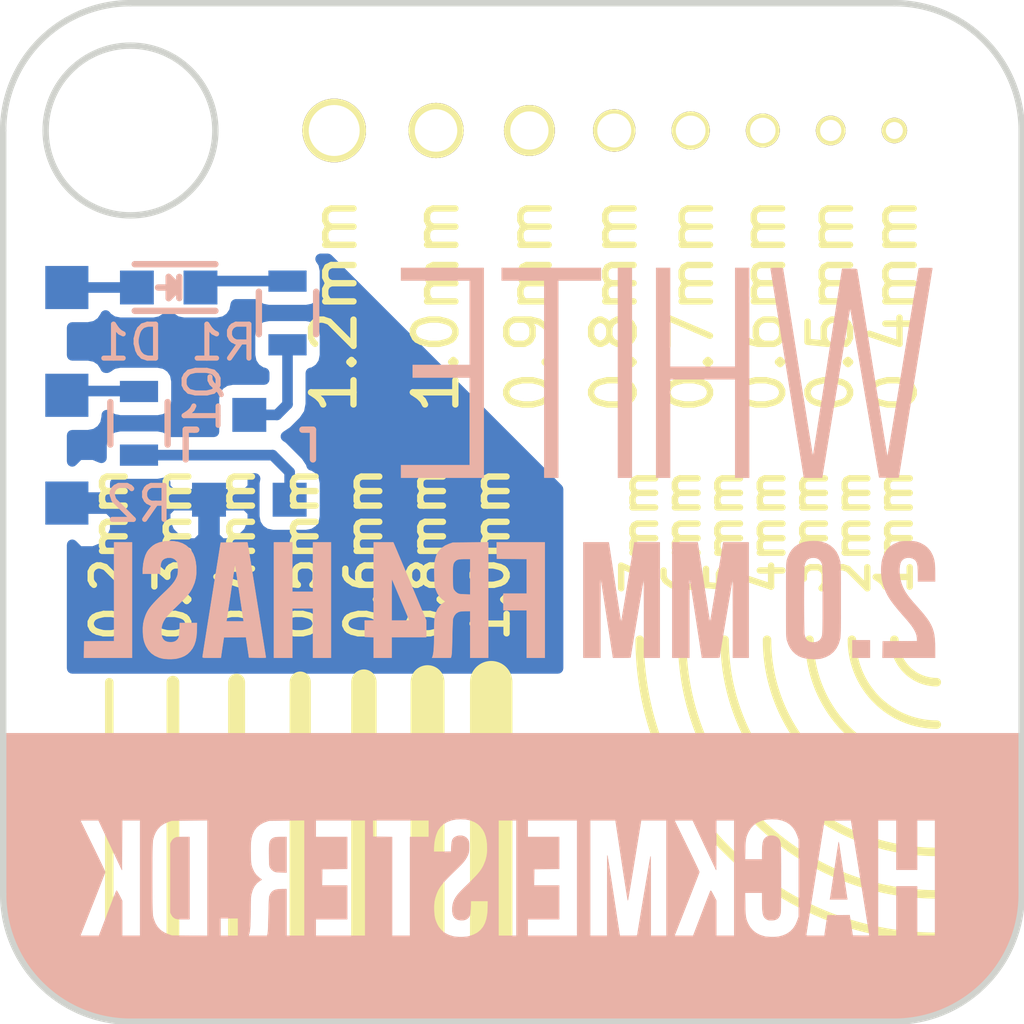
<source format=kicad_pcb>
(kicad_pcb (version 4) (host pcbnew "(2016-05-05 BZR 6775)-product")

  (general
    (links 6)
    (no_connects 0)
    (area 87.924999 87.924999 112.075001 112.075001)
    (thickness 1.6)
    (drawings 49)
    (tracks 16)
    (zones 0)
    (modules 16)
    (nets 7)
  )

  (page A4)
  (layers
    (0 F.Cu signal)
    (31 B.Cu signal)
    (32 B.Adhes user)
    (33 F.Adhes user)
    (34 B.Paste user)
    (35 F.Paste user)
    (36 B.SilkS user)
    (37 F.SilkS user)
    (38 B.Mask user)
    (39 F.Mask user)
    (40 Dwgs.User user hide)
    (41 Cmts.User user)
    (42 Eco1.User user)
    (43 Eco2.User user)
    (44 Edge.Cuts user)
    (45 Margin user)
    (46 B.CrtYd user)
    (47 F.CrtYd user)
    (48 B.Fab user)
    (49 F.Fab user)
  )

  (setup
    (last_trace_width 0.25)
    (user_trace_width 0.1524)
    (user_trace_width 0.1778)
    (user_trace_width 0.2032)
    (user_trace_width 0.254)
    (user_trace_width 0.508)
    (user_trace_width 0.762)
    (user_trace_width 0.9906)
    (user_trace_width 1.4986)
    (trace_clearance 0.1524)
    (zone_clearance 0.3)
    (zone_45_only no)
    (trace_min 0.1524)
    (segment_width 0.2)
    (edge_width 0.15)
    (via_size 0.6)
    (via_drill 0.4)
    (via_min_size 0.4)
    (via_min_drill 0.3)
    (uvia_size 0.3)
    (uvia_drill 0.1)
    (uvias_allowed no)
    (uvia_min_size 0.2)
    (uvia_min_drill 0.1)
    (pcb_text_width 0.3)
    (pcb_text_size 1.5 1.5)
    (mod_edge_width 0.15)
    (mod_text_size 1 1)
    (mod_text_width 0.15)
    (pad_size 0.6 0.6)
    (pad_drill 0.4)
    (pad_to_mask_clearance 0.2)
    (aux_axis_origin 0 0)
    (visible_elements FFFFFF7F)
    (pcbplotparams
      (layerselection 0x00030_ffffffff)
      (usegerberextensions false)
      (excludeedgelayer true)
      (linewidth 0.100000)
      (plotframeref false)
      (viasonmask false)
      (mode 1)
      (useauxorigin false)
      (hpglpennumber 1)
      (hpglpenspeed 20)
      (hpglpendiameter 15)
      (psnegative false)
      (psa4output false)
      (plotreference true)
      (plotvalue true)
      (plotinvisibletext false)
      (padsonsilk false)
      (subtractmaskfromsilk false)
      (outputformat 1)
      (mirror false)
      (drillshape 1)
      (scaleselection 1)
      (outputdirectory ""))
  )

  (net 0 "")
  (net 1 VCC)
  (net 2 "Net-(D1-Pad1)")
  (net 3 "Net-(P1-Pad1)")
  (net 4 GND)
  (net 5 "Net-(Q1-Pad1)")
  (net 6 "Net-(Q1-Pad3)")

  (net_class Default "This is the default net class."
    (clearance 0.1524)
    (trace_width 0.25)
    (via_dia 0.6)
    (via_drill 0.4)
    (uvia_dia 0.3)
    (uvia_drill 0.1)
    (add_net GND)
    (add_net "Net-(D1-Pad1)")
    (add_net "Net-(P1-Pad1)")
    (add_net "Net-(Q1-Pad1)")
    (add_net "Net-(Q1-Pad3)")
    (add_net VCC)
  )

  (module Connectors:PTH_Proto_pad (layer F.Cu) (tedit 57AE2A97) (tstamp 57B91ABD)
    (at 109 91)
    (fp_text reference REF** (at 0 2.286) (layer F.SilkS) hide
      (effects (font (size 1 1) (thickness 0.15)))
    )
    (fp_text value PTH_Proto_pad (at 0 -2.286) (layer F.Fab) hide
      (effects (font (size 1 1) (thickness 0.15)))
    )
    (pad 1 thru_hole circle (at 0 0) (size 0.6 0.6) (drill 0.4) (layers *.Cu *.Mask F.SilkS))
  )

  (module Connectors:PTH_Proto_pad (layer F.Cu) (tedit 57AE2A8C) (tstamp 57B91AB9)
    (at 107.5 91)
    (fp_text reference REF** (at 0 2.286) (layer F.SilkS) hide
      (effects (font (size 1 1) (thickness 0.15)))
    )
    (fp_text value PTH_Proto_pad (at 0 -2.286) (layer F.Fab) hide
      (effects (font (size 1 1) (thickness 0.15)))
    )
    (pad 1 thru_hole circle (at 0 0) (size 0.7 0.7) (drill 0.5) (layers *.Cu *.Mask F.SilkS))
  )

  (module Connectors:PTH_Proto_pad (layer F.Cu) (tedit 57AE2A6D) (tstamp 57B91AB5)
    (at 105.9 91)
    (fp_text reference REF** (at 0 2.286) (layer F.SilkS) hide
      (effects (font (size 1 1) (thickness 0.15)))
    )
    (fp_text value PTH_Proto_pad (at 0 -2.286) (layer F.Fab) hide
      (effects (font (size 1 1) (thickness 0.15)))
    )
    (pad 1 thru_hole circle (at 0 0) (size 0.8 0.8) (drill 0.6) (layers *.Cu *.Mask F.SilkS))
  )

  (module Connectors:PTH_Proto_pad (layer F.Cu) (tedit 57AE2A5F) (tstamp 57B91AB1)
    (at 104.2 91)
    (fp_text reference REF** (at 0 2.286) (layer F.SilkS) hide
      (effects (font (size 1 1) (thickness 0.15)))
    )
    (fp_text value PTH_Proto_pad (at 0 -2.286) (layer F.Fab) hide
      (effects (font (size 1 1) (thickness 0.15)))
    )
    (pad 1 thru_hole circle (at 0 0) (size 0.9 0.9) (drill 0.7) (layers *.Cu *.Mask F.SilkS))
  )

  (module Connectors:PTH_Proto_pad (layer F.Cu) (tedit 57AE2A53) (tstamp 57B91AAD)
    (at 102.4 91)
    (fp_text reference REF** (at 0 2.286) (layer F.SilkS) hide
      (effects (font (size 1 1) (thickness 0.15)))
    )
    (fp_text value PTH_Proto_pad (at 0 -2.286) (layer F.Fab) hide
      (effects (font (size 1 1) (thickness 0.15)))
    )
    (pad 1 thru_hole circle (at 0 0) (size 1 1) (drill 0.8) (layers *.Cu *.Mask F.SilkS))
  )

  (module Connectors:PTH_Proto_pad (layer F.Cu) (tedit 57AE2A42) (tstamp 57B91AA9)
    (at 100.4 91)
    (fp_text reference REF** (at 0 2.286) (layer F.SilkS) hide
      (effects (font (size 1 1) (thickness 0.15)))
    )
    (fp_text value PTH_Proto_pad (at 0 -2.286) (layer F.Fab) hide
      (effects (font (size 1 1) (thickness 0.15)))
    )
    (pad 1 thru_hole circle (at 0 0) (size 1.2 1.2) (drill 0.9) (layers *.Cu *.Mask F.SilkS))
  )

  (module Connectors:PTH_Proto_pad (layer F.Cu) (tedit 57AE2A24) (tstamp 57B91AA5)
    (at 98.2 91)
    (fp_text reference REF** (at 0 2.286) (layer F.SilkS) hide
      (effects (font (size 1 1) (thickness 0.15)))
    )
    (fp_text value PTH_Proto_pad (at 0 -2.286) (layer F.Fab) hide
      (effects (font (size 1 1) (thickness 0.15)))
    )
    (pad 1 thru_hole circle (at 0 0) (size 1.3 1.3) (drill 1) (layers *.Cu *.Mask F.SilkS))
  )

  (module Connectors:Small_SMD_Proto_Pad (layer B.Cu) (tedit 57ADB3CE) (tstamp 57B74579)
    (at 89.5 97.24)
    (path /57AE27F8)
    (fp_text reference P1 (at 0 -1.905) (layer B.SilkS) hide
      (effects (font (size 1 1) (thickness 0.15)) (justify mirror))
    )
    (fp_text value CONN_01X01 (at 0 1.905) (layer B.Fab) hide
      (effects (font (size 1 1) (thickness 0.15)) (justify mirror))
    )
    (pad 1 smd rect (at 0 0) (size 1.016 1.016) (layers B.Cu B.Paste B.Mask)
      (net 3 "Net-(P1-Pad1)"))
  )

  (module Connectors:Small_SMD_Proto_Pad (layer B.Cu) (tedit 57ADB3CE) (tstamp 57B7457E)
    (at 89.5 94.7)
    (path /57AE2A64)
    (fp_text reference P2 (at 0 -1.905) (layer B.SilkS) hide
      (effects (font (size 1 1) (thickness 0.15)) (justify mirror))
    )
    (fp_text value CONN_01X01 (at 0 1.905) (layer B.Fab) hide
      (effects (font (size 1 1) (thickness 0.15)) (justify mirror))
    )
    (pad 1 smd rect (at 0 0) (size 1.016 1.016) (layers B.Cu B.Paste B.Mask)
      (net 1 VCC))
  )

  (module Connectors:Small_SMD_Proto_Pad (layer B.Cu) (tedit 57ADB3CE) (tstamp 57B74583)
    (at 89.5 99.78)
    (path /57AE2ABA)
    (fp_text reference P3 (at 0 -1.905) (layer B.SilkS) hide
      (effects (font (size 1 1) (thickness 0.15)) (justify mirror))
    )
    (fp_text value CONN_01X01 (at 0 1.905) (layer B.Fab) hide
      (effects (font (size 1 1) (thickness 0.15)) (justify mirror))
    )
    (pad 1 smd rect (at 0 0) (size 1.016 1.016) (layers B.Cu B.Paste B.Mask)
      (net 4 GND))
  )

  (module TO_SOT_Packages_SMD:SOT-23 (layer B.Cu) (tedit 57AE377B) (tstamp 57B74593)
    (at 93.8 98.7 180)
    (descr "SOT-23, Standard")
    (tags SOT-23)
    (path /57AE2531)
    (attr smd)
    (fp_text reference Q1 (at 1.1 1.4 270) (layer B.SilkS)
      (effects (font (size 0.8 0.8) (thickness 0.12)) (justify mirror))
    )
    (fp_text value BC817-40 (at 0 -2.3 180) (layer B.Fab) hide
      (effects (font (size 1 1) (thickness 0.15)) (justify mirror))
    )
    (fp_line (start -1.65 1.6) (end 1.65 1.6) (layer B.CrtYd) (width 0.05))
    (fp_line (start 1.65 1.6) (end 1.65 -1.6) (layer B.CrtYd) (width 0.05))
    (fp_line (start 1.65 -1.6) (end -1.65 -1.6) (layer B.CrtYd) (width 0.05))
    (fp_line (start -1.65 -1.6) (end -1.65 1.6) (layer B.CrtYd) (width 0.05))
    (fp_line (start 1.29916 0.65024) (end 1.2509 0.65024) (layer B.SilkS) (width 0.15))
    (fp_line (start -1.49982 -0.0508) (end -1.49982 0.65024) (layer B.SilkS) (width 0.15))
    (fp_line (start -1.49982 0.65024) (end -1.2509 0.65024) (layer B.SilkS) (width 0.15))
    (fp_line (start 1.29916 0.65024) (end 1.49982 0.65024) (layer B.SilkS) (width 0.15))
    (fp_line (start 1.49982 0.65024) (end 1.49982 -0.0508) (layer B.SilkS) (width 0.15))
    (pad 1 smd rect (at -0.95 -1.00076 180) (size 0.8001 0.8001) (layers B.Cu B.Paste B.Mask)
      (net 5 "Net-(Q1-Pad1)"))
    (pad 2 smd rect (at 0.95 -1.00076 180) (size 0.8001 0.8001) (layers B.Cu B.Paste B.Mask)
      (net 4 GND))
    (pad 3 smd rect (at 0 0.99822 180) (size 0.8001 0.8001) (layers B.Cu B.Paste B.Mask)
      (net 6 "Net-(Q1-Pad3)"))
    (model TO_SOT_Packages_SMD.3dshapes/SOT-23.wrl
      (at (xyz 0 0 0))
      (scale (xyz 1 1 1))
      (rotate (xyz 0 0 0))
    )
  )

  (module Connectors:PTH_Proto_pad (layer F.Cu) (tedit 57AE2A00) (tstamp 57B91A94)
    (at 95.8 91)
    (fp_text reference REF** (at 0 2.286) (layer F.SilkS) hide
      (effects (font (size 1 1) (thickness 0.15)))
    )
    (fp_text value PTH_Proto_pad (at 0 -2.286) (layer F.Fab) hide
      (effects (font (size 1 1) (thickness 0.15)))
    )
    (pad 1 thru_hole circle (at 0 0) (size 1.5 1.5) (drill 1.2) (layers *.Cu *.Mask F.SilkS))
  )

  (module Aesthetics:Sample-White-2.0mm-fr4-hasl (layer B.Cu) (tedit 0) (tstamp 57B008FF)
    (at 100 102.6 180)
    (fp_text reference G*** (at 0 0 180) (layer B.SilkS) hide
      (effects (font (thickness 0.3)) (justify mirror))
    )
    (fp_text value LOGO (at 0.75 0 180) (layer B.SilkS) hide
      (effects (font (thickness 0.3)) (justify mirror))
    )
    (fp_poly (pts (xy 11.998814 -4.654021) (xy 11.995513 -6.704542) (xy 11.97155 -6.851722) (xy 11.919813 -7.107122)
      (xy 11.849344 -7.353246) (xy 11.760306 -7.589667) (xy 11.652866 -7.815957) (xy 11.52719 -8.03169)
      (xy 11.495318 -8.080375) (xy 11.406374 -8.207559) (xy 11.316975 -8.322725) (xy 11.221581 -8.432501)
      (xy 11.114655 -8.543515) (xy 11.079471 -8.57808) (xy 10.893922 -8.744788) (xy 10.699112 -8.893142)
      (xy 10.49433 -9.023501) (xy 10.278868 -9.136223) (xy 10.052017 -9.231665) (xy 9.813068 -9.310185)
      (xy 9.561311 -9.372142) (xy 9.471059 -9.389794) (xy 9.339791 -9.413844) (xy 0.037041 -9.415441)
      (xy -0.505386 -9.41553) (xy -1.027039 -9.415608) (xy -1.528311 -9.415674) (xy -2.009595 -9.415727)
      (xy -2.471284 -9.415768) (xy -2.913772 -9.415794) (xy -3.33745 -9.415807) (xy -3.742712 -9.415804)
      (xy -4.12995 -9.415787) (xy -4.499559 -9.415753) (xy -4.85193 -9.415704) (xy -5.187456 -9.415637)
      (xy -5.506531 -9.415553) (xy -5.809547 -9.41545) (xy -6.096897 -9.415329) (xy -6.368974 -9.415189)
      (xy -6.626172 -9.41503) (xy -6.868882 -9.41485) (xy -7.097499 -9.414649) (xy -7.312414 -9.414427)
      (xy -7.514021 -9.414183) (xy -7.702713 -9.413916) (xy -7.878883 -9.413627) (xy -8.042923 -9.413314)
      (xy -8.195226 -9.412977) (xy -8.336186 -9.412616) (xy -8.466195 -9.412229) (xy -8.585647 -9.411816)
      (xy -8.694933 -9.411378) (xy -8.794448 -9.410912) (xy -8.884584 -9.410419) (xy -8.965733 -9.409898)
      (xy -9.038289 -9.409349) (xy -9.102646 -9.40877) (xy -9.159195 -9.408162) (xy -9.208329 -9.407524)
      (xy -9.250442 -9.406855) (xy -9.285926 -9.406155) (xy -9.315175 -9.405424) (xy -9.338581 -9.40466)
      (xy -9.356538 -9.403863) (xy -9.369437 -9.403032) (xy -9.376834 -9.402285) (xy -9.612579 -9.362104)
      (xy -9.838923 -9.304953) (xy -10.059714 -9.22964) (xy -10.2788 -9.134971) (xy -10.345256 -9.102373)
      (xy -10.566048 -8.979516) (xy -10.773866 -8.840306) (xy -10.968019 -8.685628) (xy -11.14782 -8.516366)
      (xy -11.312579 -8.333403) (xy -11.461607 -8.137623) (xy -11.594216 -7.929911) (xy -11.709717 -7.711149)
      (xy -11.80742 -7.482222) (xy -11.886637 -7.244014) (xy -11.931982 -7.06662) (xy -11.9394 -7.034022)
      (xy -11.946215 -7.004499) (xy -11.952455 -6.977086) (xy -11.958147 -6.950824) (xy -11.963316 -6.924751)
      (xy -11.967991 -6.897904) (xy -11.972196 -6.869322) (xy -11.97596 -6.838044) (xy -11.979309 -6.803108)
      (xy -11.982269 -6.763552) (xy -11.984868 -6.718414) (xy -11.987131 -6.666734) (xy -11.989086 -6.607548)
      (xy -11.99076 -6.539896) (xy -11.992178 -6.462816) (xy -11.993369 -6.375347) (xy -11.994358 -6.276526)
      (xy -11.995172 -6.165392) (xy -11.995837 -6.040983) (xy -11.996382 -5.902338) (xy -11.996832 -5.748496)
      (xy -11.997213 -5.578493) (xy -11.997554 -5.391369) (xy -11.997879 -5.186163) (xy -11.998217 -4.961912)
      (xy -11.998594 -4.717654) (xy -11.998679 -4.664604) (xy -11.998691 -4.656667) (xy -9.958917 -4.656667)
      (xy -9.958917 -7.376584) (xy -9.535584 -7.376584) (xy -9.535584 -6.212417) (xy -9.04875 -6.212417)
      (xy -9.04875 -7.376584) (xy -8.614834 -7.376584) (xy -8.614834 -7.370588) (xy -8.41375 -7.370588)
      (xy -8.403715 -7.372469) (xy -8.375794 -7.37383) (xy -8.33326 -7.37461) (xy -8.279389 -7.374752)
      (xy -8.217455 -7.374195) (xy -8.215771 -7.374171) (xy -8.017791 -7.371292) (xy -7.999714 -7.249584)
      (xy -7.989962 -7.184092) (xy -7.978904 -7.110087) (xy -7.968299 -7.039331) (xy -7.963684 -7.00863)
      (xy -7.945731 -6.889386) (xy -7.685035 -6.892214) (xy -7.42434 -6.895042) (xy -7.401213 -7.0485)
      (xy -7.391642 -7.112365) (xy -7.381971 -7.177508) (xy -7.373238 -7.236898) (xy -7.366481 -7.283508)
      (xy -7.365658 -7.289271) (xy -7.353231 -7.376584) (xy -7.137366 -7.376584) (xy -7.064413 -7.376459)
      (xy -7.009959 -7.375934) (xy -6.971338 -7.374778) (xy -6.945884 -7.372762) (xy -6.93093 -7.369658)
      (xy -6.923809 -7.365236) (xy -6.921855 -7.359266) (xy -6.921845 -7.358063) (xy -6.923533 -7.345496)
      (xy -6.928376 -7.313288) (xy -6.936176 -7.2627) (xy -6.946733 -7.194989) (xy -6.959849 -7.111414)
      (xy -6.975324 -7.013235) (xy -6.99296 -6.901709) (xy -7.012556 -6.778097) (xy -7.033915 -6.643657)
      (xy -7.056836 -6.499647) (xy -7.081121 -6.347327) (xy -7.106571 -6.187955) (xy -7.132987 -6.022791)
      (xy -7.136515 -6.00075) (xy -7.279681 -5.106459) (xy -6.746875 -5.106459) (xy -6.746875 -6.926792)
      (xy -6.717885 -7.012288) (xy -6.673393 -7.1171) (xy -6.616353 -7.205089) (xy -6.54602 -7.276901)
      (xy -6.461648 -7.333184) (xy -6.36249 -7.374587) (xy -6.275121 -7.396827) (xy -6.224164 -7.403283)
      (xy -6.159867 -7.406326) (xy -6.089764 -7.406056) (xy -6.021387 -7.402573) (xy -5.962271 -7.395976)
      (xy -5.942542 -7.392412) (xy -5.838681 -7.36096) (xy -5.745766 -7.313192) (xy -5.6657 -7.250522)
      (xy -5.600389 -7.174367) (xy -5.562619 -7.110042) (xy -5.541848 -7.066116) (xy -5.52537 -7.026715)
      (xy -5.512636 -6.988486) (xy -5.503099 -6.948072) (xy -5.496212 -6.902116) (xy -5.491427 -6.847263)
      (xy -5.488196 -6.780157) (xy -5.485972 -6.697441) (xy -5.484797 -6.633104) (xy -5.480325 -6.360584)
      (xy -5.884334 -6.360584) (xy -5.884543 -6.553729) (xy -5.885594 -6.657013) (xy -5.888872 -6.741541)
      (xy -5.894939 -6.809657) (xy -5.904355 -6.863706) (xy -5.917679 -6.906034) (xy -5.935472 -6.938984)
      (xy -5.958294 -6.964901) (xy -5.986705 -6.98613) (xy -5.988055 -6.98697) (xy -6.014592 -7.000494)
      (xy -6.043987 -7.007972) (xy -6.083674 -7.010922) (xy -6.106606 -7.011177) (xy -6.177296 -7.004394)
      (xy -6.232802 -6.983338) (xy -6.274471 -6.946959) (xy -6.303646 -6.894206) (xy -6.317456 -6.846509)
      (xy -6.320005 -6.823326) (xy -6.322234 -6.779105) (xy -6.324142 -6.713971) (xy -6.325728 -6.628052)
      (xy -6.32699 -6.521473) (xy -6.327926 -6.394361) (xy -6.328535 -6.246842) (xy -6.328814 -6.079041)
      (xy -6.328834 -6.016625) (xy -6.328668 -5.841874) (xy -6.328173 -5.687361) (xy -6.327349 -5.553211)
      (xy -6.326199 -5.439552) (xy -6.324724 -5.346508) (xy -6.322927 -5.274207) (xy -6.320808 -5.222775)
      (xy -6.318369 -5.192338) (xy -6.317456 -5.186741) (xy -6.305782 -5.147368) (xy -6.289724 -5.11044)
      (xy -6.282975 -5.098908) (xy -6.244594 -5.058883) (xy -6.194542 -5.032112) (xy -6.137498 -5.018611)
      (xy -6.078146 -5.018395) (xy -6.021166 -5.031481) (xy -5.97124 -5.057885) (xy -5.933049 -5.097622)
      (xy -5.932987 -5.097715) (xy -5.91528 -5.132963) (xy -5.901915 -5.179799) (xy -5.892566 -5.24046)
      (xy -5.886911 -5.317187) (xy -5.884623 -5.412218) (xy -5.884543 -5.431896) (xy -5.884334 -5.577417)
      (xy -5.480062 -5.577417) (xy -5.484842 -5.352521) (xy -5.48726 -5.263081) (xy -5.490765 -5.19087)
      (xy -5.496072 -5.131952) (xy -5.503892 -5.082392) (xy -5.514938 -5.038256) (xy -5.529924 -4.995607)
      (xy -5.549561 -4.950512) (xy -5.562619 -4.923208) (xy -5.616396 -4.836083) (xy -5.685232 -4.763502)
      (xy -5.768496 -4.705802) (xy -5.865554 -4.663321) (xy -5.892795 -4.656667) (xy -5.228167 -4.656667)
      (xy -5.228167 -7.376584) (xy -4.804834 -7.376584) (xy -4.804834 -6.550555) (xy -4.766501 -6.47409)
      (xy -4.744025 -6.430233) (xy -4.721026 -6.386928) (xy -4.702258 -6.353112) (xy -4.701286 -6.351435)
      (xy -4.685215 -6.324691) (xy -4.675739 -6.314139) (xy -4.668877 -6.317636) (xy -4.662022 -6.330268)
      (xy -4.655927 -6.344806) (xy -4.643069 -6.377163) (xy -4.624209 -6.425373) (xy -4.600107 -6.487471)
      (xy -4.571523 -6.561491) (xy -4.539218 -6.645467) (xy -4.503952 -6.737433) (xy -4.466485 -6.835425)
      (xy -4.454839 -6.865938) (xy -4.260038 -7.376584) (xy -4.040311 -7.376584) (xy -3.9747 -7.376385)
      (xy -3.916903 -7.375829) (xy -3.870029 -7.374978) (xy -3.837187 -7.373894) (xy -3.821487 -7.372636)
      (xy -3.820584 -7.372243) (xy -3.824372 -7.361943) (xy -3.835335 -7.33349) (xy -3.852872 -7.288415)
      (xy -3.876382 -7.228252) (xy -3.905264 -7.154534) (xy -3.938917 -7.068792) (xy -3.976739 -6.97256)
      (xy -4.01813 -6.867371) (xy -4.062488 -6.754756) (xy -4.109212 -6.63625) (xy -4.112166 -6.628763)
      (xy -4.159102 -6.509611) (xy -4.203727 -6.395993) (xy -4.245434 -6.289471) (xy -4.283618 -6.19161)
      (xy -4.317672 -6.103973) (xy -4.34699 -6.028125) (xy -4.370967 -5.965629) (xy -4.388995 -5.918049)
      (xy -4.40047 -5.886949) (xy -4.404784 -5.873891) (xy -4.4048 -5.87375) (xy -4.400437 -5.861685)
      (xy -4.387493 -5.8323) (xy -4.36676 -5.787253) (xy -4.339027 -5.728205) (xy -4.305083 -5.656814)
      (xy -4.265719 -5.574741) (xy -4.221724 -5.483644) (xy -4.173889 -5.385183) (xy -4.123001 -5.281017)
      (xy -4.113219 -5.261056) (xy -4.061919 -5.156374) (xy -4.013482 -5.057418) (xy -3.968694 -4.965806)
      (xy -3.928345 -4.883156) (xy -3.893223 -4.811087) (xy -3.864117 -4.751216) (xy -3.841814 -4.705162)
      (xy -3.827104 -4.674543) (xy -3.820775 -4.660978) (xy -3.820584 -4.660452) (xy -3.830642 -4.65931)
      (xy -3.858719 -4.65831) (xy -3.901664 -4.657507) (xy -3.95633 -4.656956) (xy -4.019568 -4.656712)
      (xy -4.034896 -4.656705) (xy -4.249209 -4.656743) (xy -4.524375 -5.240996) (xy -4.799542 -5.825249)
      (xy -4.802278 -5.240958) (xy -4.805013 -4.656667) (xy -3.630084 -4.656667) (xy -3.630084 -7.376584)
      (xy -3.259667 -7.376584) (xy -3.259667 -6.438195) (xy -3.259611 -6.299416) (xy -3.259447 -6.166944)
      (xy -3.259185 -6.042273) (xy -3.258831 -5.926897) (xy -3.258395 -5.82231) (xy -3.257884 -5.730005)
      (xy -3.257308 -5.651476) (xy -3.256673 -5.588218) (xy -3.255988 -5.541723) (xy -3.255262 -5.513486)
      (xy -3.254543 -5.50493) (xy -3.252284 -5.515649) (xy -3.246871 -5.545439) (xy -3.238607 -5.592488)
      (xy -3.227795 -5.654985) (xy -3.214739 -5.73112) (xy -3.199743 -5.819079) (xy -3.18311 -5.917053)
      (xy -3.165145 -6.02323) (xy -3.146149 -6.135798) (xy -3.126428 -6.252947) (xy -3.106286 -6.372864)
      (xy -3.086024 -6.493738) (xy -3.065948 -6.613759) (xy -3.046361 -6.731114) (xy -3.027566 -6.843993)
      (xy -3.009867 -6.950584) (xy -2.993568 -7.049076) (xy -2.978972 -7.137657) (xy -2.966383 -7.214516)
      (xy -2.956106 -7.277842) (xy -2.948442 -7.325823) (xy -2.943696 -7.356648) (xy -2.942167 -7.368381)
      (xy -2.93212 -7.370907) (xy -2.904118 -7.373117) (xy -2.861376 -7.374885) (xy -2.807104 -7.37608)
      (xy -2.744515 -7.376577) (xy -2.736272 -7.376584) (xy -2.530376 -7.376584) (xy -2.52438 -7.342188)
      (xy -2.521918 -7.326727) (xy -2.516526 -7.291917) (xy -2.508444 -7.239337) (xy -2.497914 -7.170567)
      (xy -2.485177 -7.087184) (xy -2.470473 -6.990767) (xy -2.454043 -6.882896) (xy -2.436128 -6.76515)
      (xy -2.416968 -6.639107) (xy -2.396806 -6.506346) (xy -2.380336 -6.397817) (xy -2.35964 -6.261686)
      (xy -2.339781 -6.131618) (xy -2.320994 -6.009125) (xy -2.303515 -5.895721) (xy -2.28758 -5.792918)
      (xy -2.273426 -5.702228) (xy -2.261287 -5.625165) (xy -2.2514 -5.563241) (xy -2.244002 -5.517969)
      (xy -2.239327 -5.490861) (xy -2.237686 -5.483241) (xy -2.237009 -5.492887) (xy -2.236361 -5.522213)
      (xy -2.235752 -5.569732) (xy -2.235186 -5.633957) (xy -2.234673 -5.713403) (xy -2.234218 -5.806582)
      (xy -2.23383 -5.912008) (xy -2.233515 -6.028194) (xy -2.233281 -6.153653) (xy -2.233135 -6.286899)
      (xy -2.233084 -6.426445) (xy -2.233084 -7.376584) (xy -1.830917 -7.376584) (xy -1.830917 -4.656667)
      (xy -1.524 -4.656667) (xy -1.524 -7.376584) (xy -0.359834 -7.376584) (xy -0.359834 -6.985)
      (xy -1.100667 -6.985) (xy -1.100667 -6.19125) (xy -0.507523 -6.19125) (xy -0.510408 -5.998104)
      (xy -0.513292 -5.804959) (xy -0.80698 -5.802145) (xy -1.100667 -5.799332) (xy -1.100667 -5.04825)
      (xy -0.359834 -5.04825) (xy -0.359834 -4.656667) (xy -0.09525 -4.656667) (xy -0.09525 -7.376584)
      (xy 0.328083 -7.376584) (xy 0.328083 -6.556375) (xy 0.576791 -6.556375) (xy 0.579046 -6.715125)
      (xy 0.587322 -6.853269) (xy 0.608261 -6.974757) (xy 0.642278 -7.080196) (xy 0.689789 -7.170193)
      (xy 0.75121 -7.245356) (xy 0.826955 -7.306292) (xy 0.91744 -7.353608) (xy 1.023081 -7.387911)
      (xy 1.042458 -7.392466) (xy 1.102379 -7.401574) (xy 1.175003 -7.406156) (xy 1.252353 -7.406214)
      (xy 1.326455 -7.401751) (xy 1.389336 -7.392769) (xy 1.391404 -7.392337) (xy 1.439248 -7.377901)
      (xy 7.186083 -7.377901) (xy 7.60677 -7.374306) (xy 8.027458 -7.37071) (xy 8.112125 -7.341829)
      (xy 8.209835 -7.299093) (xy 8.292371 -7.242409) (xy 8.360284 -7.171121) (xy 8.414124 -7.08457)
      (xy 8.454442 -6.982098) (xy 8.472754 -6.910917) (xy 8.475758 -6.885911) (xy 8.478454 -6.841803)
      (xy 8.480843 -6.780656) (xy 8.482924 -6.704533) (xy 8.484697 -6.615496) (xy 8.486162 -6.515607)
      (xy 8.48732 -6.40693) (xy 8.48817 -6.291527) (xy 8.488712 -6.171461) (xy 8.488946 -6.048794)
      (xy 8.488872 -5.925589) (xy 8.488491 -5.803909) (xy 8.487802 -5.685816) (xy 8.486805 -5.573372)
      (xy 8.4855 -5.468642) (xy 8.483887 -5.373686) (xy 8.481967 -5.290568) (xy 8.479739 -5.221351)
      (xy 8.477203 -5.168097) (xy 8.474359 -5.132869) (xy 8.472754 -5.122334) (xy 8.445313 -5.022146)
      (xy 8.408411 -4.937104) (xy 8.362424 -4.865648) (xy 8.296123 -4.794326) (xy 8.216529 -4.737823)
      (xy 8.12162 -4.694735) (xy 8.112125 -4.691422) (xy 8.027458 -4.66254) (xy 7.60677 -4.658945)
      (xy 7.340273 -4.656667) (xy 8.773583 -4.656667) (xy 8.773583 -7.376584) (xy 9.196916 -7.376584)
      (xy 9.196916 -6.550555) (xy 9.235249 -6.47409) (xy 9.257725 -6.430233) (xy 9.280724 -6.386928)
      (xy 9.299492 -6.353112) (xy 9.300464 -6.351435) (xy 9.316535 -6.324691) (xy 9.326011 -6.314139)
      (xy 9.332873 -6.317636) (xy 9.339728 -6.330268) (xy 9.345823 -6.344806) (xy 9.358681 -6.377163)
      (xy 9.377541 -6.425373) (xy 9.401643 -6.487471) (xy 9.430227 -6.561491) (xy 9.462532 -6.645467)
      (xy 9.497798 -6.737433) (xy 9.535265 -6.835425) (xy 9.546911 -6.865938) (xy 9.741712 -7.376584)
      (xy 9.961439 -7.376584) (xy 10.02705 -7.376385) (xy 10.084847 -7.375829) (xy 10.131721 -7.374978)
      (xy 10.164563 -7.373894) (xy 10.180263 -7.372636) (xy 10.181166 -7.372243) (xy 10.177378 -7.361943)
      (xy 10.166415 -7.33349) (xy 10.148878 -7.288415) (xy 10.125368 -7.228252) (xy 10.096486 -7.154534)
      (xy 10.062833 -7.068792) (xy 10.025011 -6.97256) (xy 9.98362 -6.867371) (xy 9.939262 -6.754756)
      (xy 9.892538 -6.63625) (xy 9.889584 -6.628763) (xy 9.842648 -6.509611) (xy 9.798023 -6.395993)
      (xy 9.756316 -6.289471) (xy 9.718132 -6.19161) (xy 9.684078 -6.103973) (xy 9.65476 -6.028125)
      (xy 9.630783 -5.965629) (xy 9.612755 -5.918049) (xy 9.60128 -5.886949) (xy 9.596966 -5.873891)
      (xy 9.59695 -5.87375) (xy 9.601313 -5.861685) (xy 9.614257 -5.8323) (xy 9.63499 -5.787253)
      (xy 9.662723 -5.728205) (xy 9.696667 -5.656814) (xy 9.736031 -5.574741) (xy 9.780026 -5.483644)
      (xy 9.827861 -5.385183) (xy 9.878749 -5.281017) (xy 9.888531 -5.261056) (xy 9.939831 -5.156374)
      (xy 9.988268 -5.057418) (xy 10.033056 -4.965806) (xy 10.073405 -4.883156) (xy 10.108527 -4.811087)
      (xy 10.137633 -4.751216) (xy 10.159936 -4.705162) (xy 10.174646 -4.674543) (xy 10.180975 -4.660978)
      (xy 10.181166 -4.660452) (xy 10.171108 -4.65931) (xy 10.143031 -4.65831) (xy 10.100086 -4.657507)
      (xy 10.04542 -4.656956) (xy 9.982182 -4.656712) (xy 9.966854 -4.656705) (xy 9.752541 -4.656743)
      (xy 9.477375 -5.240996) (xy 9.202208 -5.825249) (xy 9.199472 -5.240958) (xy 9.196737 -4.656667)
      (xy 8.773583 -4.656667) (xy 7.340273 -4.656667) (xy 7.186083 -4.655349) (xy 7.186083 -7.377901)
      (xy 1.439248 -7.377901) (xy 1.497383 -7.36036) (xy 1.5909 -7.312399) (xy 1.67073 -7.249362)
      (xy 1.735649 -7.17216) (xy 1.771631 -7.110042) (xy 1.801484 -7.042762) (xy 1.822771 -6.97844)
      (xy 1.836996 -6.910525) (xy 1.845666 -6.832467) (xy 1.849029 -6.773334) (xy 1.84954 -6.666007)
      (xy 1.840618 -6.57076) (xy 1.821131 -6.480201) (xy 1.789947 -6.386941) (xy 1.789833 -6.386644)
      (xy 1.77023 -6.339317) (xy 1.748296 -6.294307) (xy 1.722563 -6.249843) (xy 1.691563 -6.20415)
      (xy 1.653828 -6.155458) (xy 1.607889 -6.101991) (xy 1.55228 -6.041978) (xy 1.485532 -5.973646)
      (xy 1.406177 -5.895222) (xy 1.312747 -5.804932) (xy 1.290672 -5.783792) (xy 1.215576 -5.709031)
      (xy 1.155891 -5.642569) (xy 1.109217 -5.581265) (xy 1.073156 -5.521977) (xy 1.046076 -5.463493)
      (xy 1.034863 -5.431829) (xy 1.027621 -5.400249) (xy 1.023538 -5.362714) (xy 1.021803 -5.313186)
      (xy 1.02156 -5.281084) (xy 1.021856 -5.226849) (xy 1.023568 -5.188503) (xy 1.027512 -5.160777)
      (xy 1.034503 -5.1384) (xy 1.045356 -5.116103) (xy 1.04775 -5.11175) (xy 1.083759 -5.067515)
      (xy 1.132964 -5.036073) (xy 1.190842 -5.018641) (xy 1.252869 -5.016432) (xy 1.314521 -5.030662)
      (xy 1.328208 -5.036405) (xy 1.365805 -5.057158) (xy 1.393627 -5.082245) (xy 1.413295 -5.115182)
      (xy 1.42643 -5.159482) (xy 1.434653 -5.218662) (xy 1.438616 -5.275792) (xy 1.444625 -5.392209)
      (xy 1.852083 -5.397957) (xy 1.852083 -5.326014) (xy 1.846366 -5.214463) (xy 1.829964 -5.105909)
      (xy 1.803997 -5.005268) (xy 1.769586 -4.917455) (xy 1.750908 -4.882174) (xy 1.693273 -4.80436)
      (xy 1.619935 -4.739507) (xy 1.532504 -4.688399) (xy 1.445832 -4.656667) (xy 1.9685 -4.656667)
      (xy 1.9685 -5.04825) (xy 2.413 -5.04825) (xy 2.413 -7.376584) (xy 2.836333 -7.376584)
      (xy 2.836333 -5.048671) (xy 3.286125 -5.042959) (xy 3.289009 -4.849813) (xy 3.291894 -4.656667)
      (xy 3.471333 -4.656667) (xy 3.471333 -7.376584) (xy 4.6355 -7.376584) (xy 4.900083 -7.376584)
      (xy 5.323416 -7.376584) (xy 5.323416 -6.275917) (xy 5.426604 -6.275976) (xy 5.511488 -6.279584)
      (xy 5.57896 -6.291338) (xy 5.631726 -6.312798) (xy 5.672488 -6.34552) (xy 5.703951 -6.391063)
      (xy 5.728464 -6.449924) (xy 5.731135 -6.467732) (xy 5.733967 -6.504214) (xy 5.736853 -6.556878)
      (xy 5.739688 -6.623231) (xy 5.742366 -6.700783) (xy 5.744781 -6.787042) (xy 5.746828 -6.879516)
      (xy 5.746922 -6.884459) (xy 5.749676 -7.011034) (xy 5.752738 -7.116631) (xy 5.756116 -7.201434)
      (xy 5.759819 -7.265629) (xy 5.763856 -7.309402) (xy 5.767815 -7.331604) (xy 5.781074 -7.376584)
      (xy 6.220524 -7.376584) (xy 6.205005 -7.331604) (xy 6.19458 -7.288814) (xy 6.186035 -7.226182)
      (xy 6.179354 -7.143463) (xy 6.174523 -7.040411) (xy 6.172667 -6.963834) (xy 6.466416 -6.963834)
      (xy 6.466416 -7.376584) (xy 6.879166 -7.376584) (xy 6.879166 -6.963834) (xy 6.466416 -6.963834)
      (xy 6.172667 -6.963834) (xy 6.171526 -6.916779) (xy 6.170349 -6.772323) (xy 6.170333 -6.760796)
      (xy 6.169885 -6.663256) (xy 6.168648 -6.584186) (xy 6.166499 -6.520898) (xy 6.163315 -6.470706)
      (xy 6.158973 -6.430924) (xy 6.153818 -6.401062) (xy 6.123408 -6.296604) (xy 6.079567 -6.208451)
      (xy 6.022316 -6.13664) (xy 5.959007 -6.085796) (xy 5.905857 -6.05169) (xy 5.968591 -6.005507)
      (xy 6.034034 -5.946303) (xy 6.086221 -5.873932) (xy 6.126957 -5.785759) (xy 6.135009 -5.762625)
      (xy 6.144197 -5.733526) (xy 6.151223 -5.706839) (xy 6.156456 -5.67894) (xy 6.160263 -5.646204)
      (xy 6.163012 -5.605007) (xy 6.165071 -5.551723) (xy 6.166809 -5.482729) (xy 6.167681 -5.440767)
      (xy 6.168972 -5.338041) (xy 6.168119 -5.252921) (xy 6.164807 -5.181924) (xy 6.158722 -5.12157)
      (xy 6.149547 -5.068375) (xy 6.136969 -5.018858) (xy 6.126584 -4.986306) (xy 6.08565 -4.898256)
      (xy 6.027676 -4.822129) (xy 5.953807 -4.759014) (xy 5.865188 -4.710004) (xy 5.817243 -4.69164)
      (xy 5.730875 -4.662789) (xy 4.900083 -4.655143) (xy 4.900083 -7.376584) (xy 4.6355 -7.376584)
      (xy 4.6355 -6.985) (xy 3.894666 -6.985) (xy 3.894666 -6.19125) (xy 4.48781 -6.19125)
      (xy 4.484926 -5.998104) (xy 4.482041 -5.804959) (xy 4.188354 -5.802145) (xy 3.894666 -5.799332)
      (xy 3.894666 -5.04825) (xy 4.6355 -5.04825) (xy 4.6355 -4.656667) (xy 3.471333 -4.656667)
      (xy 3.291894 -4.656667) (xy 1.9685 -4.656667) (xy 1.445832 -4.656667) (xy 1.432592 -4.65182)
      (xy 1.321808 -4.630557) (xy 1.223327 -4.625101) (xy 1.098799 -4.632724) (xy 0.98885 -4.655295)
      (xy 0.892846 -4.693045) (xy 0.810153 -4.746205) (xy 0.757541 -4.795185) (xy 0.700644 -4.866504)
      (xy 0.656826 -4.944724) (xy 0.624834 -5.033147) (xy 0.603418 -5.135075) (xy 0.593007 -5.229233)
      (xy 0.589903 -5.36366) (xy 0.602489 -5.486932) (xy 0.631446 -5.602819) (xy 0.677452 -5.715089)
      (xy 0.682444 -5.725128) (xy 0.702947 -5.764038) (xy 0.724597 -5.800831) (xy 0.748981 -5.837317)
      (xy 0.777689 -5.875307) (xy 0.812307 -5.91661) (xy 0.854426 -5.963035) (xy 0.905632 -6.016392)
      (xy 0.967516 -6.078492) (xy 1.041665 -6.151143) (xy 1.129667 -6.236156) (xy 1.137999 -6.244167)
      (xy 1.219409 -6.325856) (xy 1.284287 -6.399341) (xy 1.334231 -6.467341) (xy 1.370842 -6.532573)
      (xy 1.395717 -6.597756) (xy 1.410457 -6.665605) (xy 1.415585 -6.71588) (xy 1.415348 -6.805138)
      (xy 1.402254 -6.877765) (xy 1.376008 -6.934162) (xy 1.33632 -6.974731) (xy 1.282895 -6.999871)
      (xy 1.215443 -7.009986) (xy 1.201208 -7.010243) (xy 1.140434 -7.006017) (xy 1.09362 -6.991945)
      (xy 1.055034 -6.965935) (xy 1.040517 -6.95161) (xy 1.02237 -6.928857) (xy 1.008872 -6.902701)
      (xy 0.999167 -6.86941) (xy 0.9924 -6.825254) (xy 0.987713 -6.766504) (xy 0.985017 -6.709834)
      (xy 0.978958 -6.556375) (xy 0.576791 -6.556375) (xy 0.328083 -6.556375) (xy 0.328083 -4.656667)
      (xy -0.09525 -4.656667) (xy -0.359834 -4.656667) (xy -1.524 -4.656667) (xy -1.830917 -4.656667)
      (xy -2.428875 -4.656673) (xy -2.571298 -5.598587) (xy -2.592291 -5.737015) (xy -2.612476 -5.869312)
      (xy -2.631621 -5.994004) (xy -2.649494 -6.109611) (xy -2.665861 -6.214657) (xy -2.68049 -6.307666)
      (xy -2.69315 -6.387159) (xy -2.703608 -6.451661) (xy -2.711631 -6.499694) (xy -2.716987 -6.52978)
      (xy -2.719444 -6.540444) (xy -2.719464 -6.540449) (xy -2.72197 -6.53024) (xy -2.727603 -6.500607)
      (xy -2.736115 -6.453026) (xy -2.747256 -6.388969) (xy -2.760777 -6.30991) (xy -2.776429 -6.217322)
      (xy -2.793963 -6.112679) (xy -2.813131 -5.997453) (xy -2.833683 -5.873118) (xy -2.855369 -5.741147)
      (xy -2.877942 -5.603014) (xy -2.878667 -5.598565) (xy -3.032125 -4.656731) (xy -3.331105 -4.656699)
      (xy -3.630084 -4.656667) (xy -4.805013 -4.656667) (xy -5.228167 -4.656667) (xy -5.892795 -4.656667)
      (xy -5.975776 -4.636398) (xy -6.098528 -4.62537) (xy -6.12037 -4.625101) (xy -6.246239 -4.633039)
      (xy -6.358673 -4.657316) (xy -6.457654 -4.69792) (xy -6.543164 -4.754839) (xy -6.615186 -4.828064)
      (xy -6.673704 -4.917581) (xy -6.717885 -5.020962) (xy -6.746875 -5.106459) (xy -7.279681 -5.106459)
      (xy -7.350841 -4.661959) (xy -7.978083 -4.656355) (xy -7.984281 -4.685615) (xy -7.986635 -4.699235)
      (xy -7.992049 -4.732068) (xy -8.00028 -4.782598) (xy -8.011087 -4.849312) (xy -8.024227 -4.930695)
      (xy -8.039458 -5.025233) (xy -8.056537 -5.131412) (xy -8.075223 -5.247717) (xy -8.095273 -5.372635)
      (xy -8.116446 -5.50465) (xy -8.138498 -5.642249) (xy -8.161188 -5.783917) (xy -8.184274 -5.928141)
      (xy -8.207512 -6.073405) (xy -8.230662 -6.218196) (xy -8.253481 -6.360999) (xy -8.275726 -6.500301)
      (xy -8.297155 -6.634586) (xy -8.317527 -6.76234) (xy -8.336599 -6.88205) (xy -8.354128 -6.992201)
      (xy -8.369873 -7.091278) (xy -8.383592 -7.177768) (xy -8.395041 -7.250156) (xy -8.40398 -7.306928)
      (xy -8.410165 -7.346569) (xy -8.413354 -7.367566) (xy -8.41375 -7.370588) (xy -8.614834 -7.370588)
      (xy -8.614834 -4.656667) (xy -9.04875 -4.656667) (xy -9.04875 -5.820834) (xy -9.535584 -5.820834)
      (xy -9.535584 -4.656667) (xy -9.958917 -4.656667) (xy -11.998691 -4.656667) (xy -12.002013 -2.6035)
      (xy 12.002114 -2.6035) (xy 11.998814 -4.654021)) (layer B.SilkS) (width 0.01))
    (fp_poly (pts (xy -6.99839 1.920663) (xy -6.909261 1.907876) (xy -6.844835 1.891512) (xy -6.744483 1.849218)
      (xy -6.658541 1.791844) (xy -6.586628 1.718975) (xy -6.528365 1.630195) (xy -6.483369 1.525087)
      (xy -6.469921 1.481666) (xy -6.466445 1.468278) (xy -6.463411 1.453454) (xy -6.460786 1.435748)
      (xy -6.458543 1.413711) (xy -6.456651 1.385897) (xy -6.455081 1.35086) (xy -6.453803 1.30715)
      (xy -6.452787 1.253323) (xy -6.452005 1.18793) (xy -6.451426 1.109524) (xy -6.45102 1.016658)
      (xy -6.450759 0.907885) (xy -6.450613 0.781758) (xy -6.450551 0.63683) (xy -6.450542 0.534458)
      (xy -6.450565 0.376849) (xy -6.450655 0.23896) (xy -6.45084 0.119343) (xy -6.45115 0.016552)
      (xy -6.451616 -0.070862) (xy -6.452266 -0.144344) (xy -6.45313 -0.205343) (xy -6.454238 -0.255305)
      (xy -6.455619 -0.295677) (xy -6.457303 -0.327907) (xy -6.45932 -0.353442) (xy -6.4617 -0.373728)
      (xy -6.464471 -0.390213) (xy -6.467663 -0.404345) (xy -6.469921 -0.41275) (xy -6.507505 -0.517784)
      (xy -6.556652 -0.608648) (xy -6.60441 -0.670475) (xy -6.670269 -0.732993) (xy -6.741716 -0.781108)
      (xy -6.821814 -0.816024) (xy -6.913627 -0.838943) (xy -7.020217 -0.851069) (xy -7.069667 -0.853221)
      (xy -7.137475 -0.854224) (xy -7.190073 -0.852866) (xy -7.233328 -0.848727) (xy -7.273108 -0.841388)
      (xy -7.288952 -0.837567) (xy -7.397024 -0.800425) (xy -7.490806 -0.747696) (xy -7.570105 -0.679586)
      (xy -7.634727 -0.596297) (xy -7.684479 -0.498032) (xy -7.719169 -0.384995) (xy -7.719347 -0.384203)
      (xy -7.722508 -0.368067) (xy -7.725261 -0.348795) (xy -7.727633 -0.324917) (xy -7.729652 -0.294963)
      (xy -7.731344 -0.257464) (xy -7.732737 -0.21095) (xy -7.733859 -0.153952) (xy -7.734736 -0.084999)
      (xy -7.735397 -0.002622) (xy -7.735868 0.094648) (xy -7.736176 0.208281) (xy -7.736349 0.339747)
      (xy -7.736414 0.490516) (xy -7.736417 0.534458) (xy -7.736414 0.546495) (xy -7.313487 0.546495)
      (xy -7.313396 0.428963) (xy -7.313073 0.313312) (xy -7.312519 0.201637) (xy -7.311735 0.096033)
      (xy -7.310719 -0.001404) (xy -7.309473 -0.088579) (xy -7.307996 -0.163398) (xy -7.306287 -0.223765)
      (xy -7.304348 -0.267585) (xy -7.302178 -0.292764) (xy -7.301706 -0.295426) (xy -7.279992 -0.359487)
      (xy -7.245053 -0.40791) (xy -7.196985 -0.441854) (xy -7.137782 -0.461088) (xy -7.072283 -0.46486)
      (xy -7.008784 -0.453042) (xy -6.988346 -0.445099) (xy -6.942069 -0.413984) (xy -6.908294 -0.367713)
      (xy -6.886214 -0.30498) (xy -6.879705 -0.26985) (xy -6.877632 -0.244589) (xy -6.875736 -0.19958)
      (xy -6.874035 -0.136245) (xy -6.87255 -0.056003) (xy -6.871298 0.039726) (xy -6.870299 0.149524)
      (xy -6.869571 0.271969) (xy -6.869133 0.405643) (xy -6.869003 0.534458) (xy -6.869163 0.677029)
      (xy -6.86963 0.80965) (xy -6.870386 0.930901) (xy -6.871411 1.039363) (xy -6.872687 1.133616)
      (xy -6.874195 1.21224) (xy -6.875916 1.273816) (xy -6.87783 1.316924) (xy -6.879705 1.338767)
      (xy -6.897532 1.411061) (xy -6.9279 1.466388) (xy -6.971215 1.505123) (xy -7.027882 1.52764)
      (xy -7.091237 1.534351) (xy -7.160204 1.525681) (xy -7.217352 1.499631) (xy -7.261658 1.457026)
      (xy -7.292101 1.398693) (xy -7.301706 1.364342) (xy -7.303924 1.343232) (xy -7.30591 1.303052)
      (xy -7.307665 1.245896) (xy -7.30919 1.173861) (xy -7.310483 1.08904) (xy -7.311546 0.99353)
      (xy -7.312378 0.889425) (xy -7.312978 0.778821) (xy -7.313348 0.663813) (xy -7.313487 0.546495)
      (xy -7.736414 0.546495) (xy -7.736376 0.690658) (xy -7.736234 0.827161) (xy -7.735965 0.945436)
      (xy -7.735541 1.046954) (xy -7.734934 1.133184) (xy -7.734117 1.205595) (xy -7.733064 1.265658)
      (xy -7.731746 1.314842) (xy -7.730137 1.354616) (xy -7.728208 1.386451) (xy -7.725934 1.411815)
      (xy -7.723286 1.43218) (xy -7.720237 1.449013) (xy -7.719347 1.453119) (xy -7.684771 1.566227)
      (xy -7.635171 1.664502) (xy -7.570755 1.747736) (xy -7.491732 1.815716) (xy -7.398311 1.868231)
      (xy -7.290701 1.905071) (xy -7.266701 1.910713) (xy -7.185017 1.922442) (xy -7.092945 1.925638)
      (xy -6.99839 1.920663)) (layer B.SilkS) (width 0.01))
    (fp_poly (pts (xy 8.206768 1.917103) (xy 8.32301 1.890252) (xy 8.409157 1.855642) (xy 8.463897 1.821716)
      (xy 8.52011 1.774893) (xy 8.570829 1.721685) (xy 8.608908 1.66891) (xy 8.646885 1.588785)
      (xy 8.676941 1.493532) (xy 8.697956 1.388067) (xy 8.70881 1.277306) (xy 8.710083 1.22507)
      (xy 8.710083 1.153126) (xy 8.506354 1.156) (xy 8.302625 1.158875) (xy 8.296616 1.275291)
      (xy 8.291044 1.348139) (xy 8.281792 1.403434) (xy 8.26724 1.444693) (xy 8.245767 1.47543)
      (xy 8.215751 1.499159) (xy 8.186208 1.514679) (xy 8.125284 1.532873) (xy 8.062942 1.534347)
      (xy 8.003706 1.520317) (xy 7.9521 1.491998) (xy 7.912646 1.450605) (xy 7.90575 1.439333)
      (xy 7.894125 1.4165) (xy 7.886508 1.394522) (xy 7.882082 1.368131) (xy 7.880033 1.332056)
      (xy 7.879545 1.28103) (xy 7.87956 1.27) (xy 7.880404 1.211955) (xy 7.883179 1.169008)
      (xy 7.888695 1.13512) (xy 7.897765 1.104254) (xy 7.904076 1.08759) (xy 7.932142 1.027261)
      (xy 7.968497 0.967958) (xy 8.01554 0.90654) (xy 8.075669 0.839867) (xy 8.148672 0.767291)
      (xy 8.245321 0.674219) (xy 8.327579 0.593392) (xy 8.396914 0.523039) (xy 8.454796 0.461386)
      (xy 8.50269 0.406662) (xy 8.542066 0.357092) (xy 8.574391 0.310904) (xy 8.601133 0.266325)
      (xy 8.62376 0.221582) (xy 8.64374 0.174903) (xy 8.647833 0.164439) (xy 8.679054 0.071158)
      (xy 8.698575 -0.019397) (xy 8.707528 -0.114618) (xy 8.707044 -0.221897) (xy 8.707029 -0.22225)
      (xy 8.701157 -0.310388) (xy 8.690706 -0.384135) (xy 8.674171 -0.45004) (xy 8.650044 -0.514655)
      (xy 8.629631 -0.558959) (xy 8.5759 -0.645556) (xy 8.506401 -0.718625) (xy 8.422356 -0.777255)
      (xy 8.32499 -0.820539) (xy 8.249404 -0.841254) (xy 8.18711 -0.850408) (xy 8.113289 -0.855043)
      (xy 8.035916 -0.855158) (xy 7.962966 -0.850749) (xy 7.902414 -0.841813) (xy 7.900458 -0.841382)
      (xy 7.803767 -0.814315) (xy 7.723115 -0.778988) (xy 7.654225 -0.733087) (xy 7.593735 -0.675314)
      (xy 7.5391 -0.603138) (xy 7.496822 -0.520967) (xy 7.466258 -0.426702) (xy 7.446765 -0.318247)
      (xy 7.437699 -0.193503) (xy 7.437046 -0.164042) (xy 7.434791 -0.005292) (xy 7.836958 -0.005292)
      (xy 7.843017 -0.15875) (xy 7.846696 -0.231079) (xy 7.851805 -0.28598) (xy 7.8592 -0.327182)
      (xy 7.869738 -0.358417) (xy 7.884276 -0.383415) (xy 7.898517 -0.400527) (xy 7.93541 -0.431937)
      (xy 7.978219 -0.450567) (xy 8.032679 -0.458507) (xy 8.059208 -0.459159) (xy 8.129323 -0.451818)
      (xy 8.185356 -0.429525) (xy 8.227598 -0.391881) (xy 8.256342 -0.338483) (xy 8.271881 -0.26893)
      (xy 8.274506 -0.182821) (xy 8.273585 -0.164796) (xy 8.264959 -0.093483) (xy 8.247312 -0.02673)
      (xy 8.219043 0.03818) (xy 8.178555 0.103965) (xy 8.124247 0.173343) (xy 8.05452 0.249031)
      (xy 7.995999 0.306916) (xy 7.906721 0.393086) (xy 7.831435 0.466738) (xy 7.768551 0.52968)
      (xy 7.716482 0.583724) (xy 7.673638 0.630678) (xy 7.638432 0.672353) (xy 7.609276 0.710558)
      (xy 7.58458 0.747104) (xy 7.562756 0.783799) (xy 7.542216 0.822454) (xy 7.540444 0.825956)
      (xy 7.492872 0.938085) (xy 7.462412 1.053493) (xy 7.448382 1.175947) (xy 7.450104 1.309217)
      (xy 7.451007 1.32185) (xy 7.464815 1.437054) (xy 7.488191 1.536095) (xy 7.522386 1.622275)
      (xy 7.568651 1.698894) (xy 7.615541 1.755899) (xy 7.688866 1.820522) (xy 7.775035 1.869565)
      (xy 7.874682 1.903258) (xy 7.988444 1.921834) (xy 8.081327 1.925983) (xy 8.206768 1.917103)) (layer B.SilkS) (width 0.01))
    (fp_poly (pts (xy -9.323917 1.920253) (xy -9.259588 1.919958) (xy -9.21146 1.918738) (xy -9.174572 1.916005)
      (xy -9.143961 1.911173) (xy -9.114666 1.903657) (xy -9.081723 1.892869) (xy -9.076358 1.891002)
      (xy -8.97797 1.848016) (xy -8.896149 1.792969) (xy -8.829045 1.72423) (xy -8.774806 1.64017)
      (xy -8.761809 1.613958) (xy -8.734742 1.549275) (xy -8.715331 1.484945) (xy -8.702296 1.414924)
      (xy -8.694355 1.333169) (xy -8.691807 1.283841) (xy -8.692706 1.148918) (xy -8.707516 1.023604)
      (xy -8.737278 0.900707) (xy -8.754982 0.846666) (xy -8.779378 0.781316) (xy -8.805816 0.71958)
      (xy -8.835709 0.659404) (xy -8.870473 0.598733) (xy -8.911521 0.535512) (xy -8.960267 0.467684)
      (xy -9.018126 0.393197) (xy -9.08651 0.309993) (xy -9.166834 0.216018) (xy -9.260513 0.109217)
      (xy -9.268816 0.099844) (xy -9.349985 0.004612) (xy -9.414997 -0.080172) (xy -9.464895 -0.156392)
      (xy -9.500722 -0.225934) (xy -9.523523 -0.290683) (xy -9.534341 -0.352526) (xy -9.535584 -0.381989)
      (xy -9.535584 -0.433665) (xy -9.130771 -0.436437) (xy -8.725959 -0.439209) (xy -8.723074 -0.632354)
      (xy -8.72019 -0.8255) (xy -9.958917 -0.8255) (xy -9.958917 -0.597512) (xy -9.957232 -0.483979)
      (xy -9.951389 -0.383074) (xy -9.940211 -0.292113) (xy -9.922519 -0.208414) (xy -9.897134 -0.129292)
      (xy -9.862879 -0.052066) (xy -9.818574 0.02595) (xy -9.763041 0.107438) (xy -9.695102 0.195081)
      (xy -9.613578 0.291564) (xy -9.524531 0.391583) (xy -9.440351 0.486553) (xy -9.370346 0.570385)
      (xy -9.312694 0.645805) (xy -9.265573 0.715535) (xy -9.227161 0.782299) (xy -9.195636 0.848822)
      (xy -9.169176 0.917827) (xy -9.165737 0.927945) (xy -9.142862 1.011301) (xy -9.127656 1.099193)
      (xy -9.120162 1.18738) (xy -9.120426 1.271624) (xy -9.128494 1.347684) (xy -9.14441 1.411323)
      (xy -9.160234 1.446191) (xy -9.197034 1.489239) (xy -9.246559 1.518866) (xy -9.304382 1.534052)
      (xy -9.366075 1.533779) (xy -9.427209 1.517025) (xy -9.440652 1.510771) (xy -9.475835 1.489262)
      (xy -9.503468 1.46266) (xy -9.52436 1.428398) (xy -9.53932 1.38391) (xy -9.549157 1.326631)
      (xy -9.554679 1.253993) (xy -9.556696 1.163431) (xy -9.55675 1.142479) (xy -9.55675 0.973666)
      (xy -9.958917 0.973666) (xy -9.958917 1.174058) (xy -9.9579 1.269908) (xy -9.954458 1.34886)
      (xy -9.948008 1.415101) (xy -9.937965 1.472819) (xy -9.923744 1.526202) (xy -9.904761 1.579438)
      (xy -9.901043 1.588714) (xy -9.852475 1.680919) (xy -9.787492 1.760548) (xy -9.707717 1.826097)
      (xy -9.614773 1.876062) (xy -9.574328 1.891328) (xy -9.539135 1.902593) (xy -9.508481 1.910502)
      (xy -9.47731 1.915639) (xy -9.440568 1.918587) (xy -9.393201 1.919931) (xy -9.330153 1.920254)
      (xy -9.323917 1.920253)) (layer B.SilkS) (width 0.01))
    (fp_poly (pts (xy -8.011584 -0.8255) (xy -8.424334 -0.8255) (xy -8.424334 -0.41275) (xy -8.011584 -0.41275)
      (xy -8.011584 -0.8255)) (layer B.SilkS) (width 0.01))
    (fp_poly (pts (xy -3.767667 -0.8255) (xy -4.169834 -0.8255) (xy -4.169834 0.123472) (xy -4.169884 0.263063)
      (xy -4.170029 0.396367) (xy -4.170263 0.521896) (xy -4.170577 0.638164) (xy -4.170965 0.743684)
      (xy -4.171419 0.83697) (xy -4.171932 0.916534) (xy -4.172497 0.980891) (xy -4.173106 1.028553)
      (xy -4.173753 1.058034) (xy -4.17443 1.067847) (xy -4.174436 1.067842) (xy -4.176675 1.056928)
      (xy -4.181834 1.026596) (xy -4.189676 0.97836) (xy -4.199966 0.913731) (xy -4.212467 0.834223)
      (xy -4.226944 0.741348) (xy -4.24316 0.636618) (xy -4.26088 0.521547) (xy -4.279868 0.397648)
      (xy -4.299888 0.266432) (xy -4.317086 0.153266) (xy -4.337871 0.016317) (xy -4.357842 -0.115162)
      (xy -4.37676 -0.23959) (xy -4.394382 -0.355389) (xy -4.410469 -0.46098) (xy -4.424779 -0.554785)
      (xy -4.437072 -0.635224) (xy -4.447106 -0.700718) (xy -4.454642 -0.749689) (xy -4.459438 -0.780558)
      (xy -4.46113 -0.791104) (xy -4.467126 -0.8255) (xy -4.673022 -0.8255) (xy -4.736424 -0.8251)
      (xy -4.79191 -0.823984) (xy -4.836269 -0.822282) (xy -4.866287 -0.82012) (xy -4.878753 -0.817626)
      (xy -4.878917 -0.817298) (xy -4.880621 -0.804381) (xy -4.88553 -0.772593) (xy -4.893341 -0.723746)
      (xy -4.90375 -0.659651) (xy -4.916454 -0.58212) (xy -4.931148 -0.492964) (xy -4.94753 -0.393994)
      (xy -4.965295 -0.287021) (xy -4.98414 -0.173857) (xy -5.003761 -0.056313) (xy -5.023855 0.063799)
      (xy -5.044118 0.184668) (xy -5.064246 0.304483) (xy -5.083935 0.421432) (xy -5.102883 0.533705)
      (xy -5.120786 0.639489) (xy -5.137339 0.736974) (xy -5.152239 0.824347) (xy -5.165182 0.899799)
      (xy -5.175866 0.961516) (xy -5.183985 1.007689) (xy -5.189238 1.036505) (xy -5.191293 1.046153)
      (xy -5.192051 1.036591) (xy -5.192775 1.007356) (xy -5.193457 0.959942) (xy -5.194089 0.895843)
      (xy -5.194663 0.816553) (xy -5.19517 0.723564) (xy -5.195602 0.618372) (xy -5.195951 0.50247)
      (xy -5.196208 0.377352) (xy -5.196367 0.244511) (xy -5.196417 0.112889) (xy -5.196417 -0.8255)
      (xy -5.566834 -0.8255) (xy -5.566834 1.894416) (xy -5.267855 1.894384) (xy -4.968875 1.894352)
      (xy -4.815417 0.952518) (xy -4.79282 0.814215) (xy -4.771102 0.682027) (xy -4.750511 0.557428)
      (xy -4.731295 0.441892) (xy -4.713706 0.336891) (xy -4.69799 0.243899) (xy -4.684398 0.16439)
      (xy -4.673178 0.099837) (xy -4.66458 0.051713) (xy -4.658852 0.021491) (xy -4.656243 0.010645)
      (xy -4.656214 0.010634) (xy -4.653825 0.020847) (xy -4.648531 0.050515) (xy -4.640565 0.098163)
      (xy -4.630159 0.162312) (xy -4.617546 0.241487) (xy -4.602958 0.334209) (xy -4.586627 0.439002)
      (xy -4.568786 0.55439) (xy -4.549667 0.678894) (xy -4.529502 0.811038) (xy -4.508524 0.949344)
      (xy -4.508048 0.952497) (xy -4.365625 1.89441) (xy -3.767667 1.894416) (xy -3.767667 -0.8255)) (layer B.SilkS) (width 0.01))
    (fp_poly (pts (xy -1.672167 -0.8255) (xy -2.074334 -0.8255) (xy -2.074334 0.123472) (xy -2.074384 0.263063)
      (xy -2.074529 0.396367) (xy -2.074763 0.521896) (xy -2.075077 0.638164) (xy -2.075465 0.743684)
      (xy -2.075919 0.83697) (xy -2.076432 0.916534) (xy -2.076997 0.980891) (xy -2.077606 1.028553)
      (xy -2.078253 1.058034) (xy -2.07893 1.067847) (xy -2.078936 1.067842) (xy -2.081175 1.056928)
      (xy -2.086334 1.026596) (xy -2.094176 0.97836) (xy -2.104466 0.913731) (xy -2.116967 0.834223)
      (xy -2.131444 0.741348) (xy -2.14766 0.636618) (xy -2.16538 0.521547) (xy -2.184368 0.397648)
      (xy -2.204388 0.266432) (xy -2.221586 0.153266) (xy -2.242371 0.016317) (xy -2.262342 -0.115162)
      (xy -2.28126 -0.23959) (xy -2.298882 -0.355389) (xy -2.314969 -0.46098) (xy -2.329279 -0.554785)
      (xy -2.341572 -0.635224) (xy -2.351606 -0.700718) (xy -2.359142 -0.749689) (xy -2.363938 -0.780558)
      (xy -2.36563 -0.791104) (xy -2.371626 -0.8255) (xy -2.577522 -0.8255) (xy -2.640924 -0.8251)
      (xy -2.69641 -0.823984) (xy -2.740769 -0.822282) (xy -2.770787 -0.82012) (xy -2.783253 -0.817626)
      (xy -2.783417 -0.817298) (xy -2.785121 -0.804381) (xy -2.79003 -0.772593) (xy -2.797841 -0.723746)
      (xy -2.80825 -0.659651) (xy -2.820954 -0.58212) (xy -2.835648 -0.492964) (xy -2.85203 -0.393994)
      (xy -2.869795 -0.287021) (xy -2.88864 -0.173857) (xy -2.908261 -0.056313) (xy -2.928355 0.063799)
      (xy -2.948618 0.184668) (xy -2.968746 0.304483) (xy -2.988435 0.421432) (xy -3.007383 0.533705)
      (xy -3.025286 0.639489) (xy -3.041839 0.736974) (xy -3.056739 0.824347) (xy -3.069682 0.899799)
      (xy -3.080366 0.961516) (xy -3.088485 1.007689) (xy -3.093738 1.036505) (xy -3.095793 1.046153)
      (xy -3.096551 1.036591) (xy -3.097275 1.007356) (xy -3.097957 0.959942) (xy -3.098589 0.895843)
      (xy -3.099163 0.816553) (xy -3.09967 0.723564) (xy -3.100102 0.618372) (xy -3.100451 0.50247)
      (xy -3.100708 0.377352) (xy -3.100867 0.244511) (xy -3.100917 0.112889) (xy -3.100917 -0.8255)
      (xy -3.471334 -0.8255) (xy -3.471334 1.894416) (xy -3.172355 1.894384) (xy -2.873375 1.894352)
      (xy -2.719917 0.952518) (xy -2.69732 0.814215) (xy -2.675602 0.682027) (xy -2.655011 0.557428)
      (xy -2.635795 0.441892) (xy -2.618206 0.336891) (xy -2.60249 0.243899) (xy -2.588898 0.16439)
      (xy -2.577678 0.099837) (xy -2.56908 0.051713) (xy -2.563352 0.021491) (xy -2.560743 0.010645)
      (xy -2.560714 0.010634) (xy -2.558325 0.020847) (xy -2.553031 0.050515) (xy -2.545065 0.098163)
      (xy -2.534659 0.162312) (xy -2.522046 0.241487) (xy -2.507458 0.334209) (xy -2.491127 0.439002)
      (xy -2.473286 0.55439) (xy -2.454167 0.678894) (xy -2.434002 0.811038) (xy -2.413024 0.949344)
      (xy -2.412548 0.952497) (xy -2.270125 1.89441) (xy -1.672167 1.894416) (xy -1.672167 -0.8255)) (layer B.SilkS) (width 0.01))
    (fp_poly (pts (xy 0.368009 1.701271) (xy 0.365125 1.508125) (xy 0.013229 1.505336) (xy -0.338667 1.502548)
      (xy -0.338667 0.687916) (xy 0.211666 0.687916) (xy 0.211666 0.296333) (xy -0.338667 0.296333)
      (xy -0.338667 -0.8255) (xy -0.762 -0.8255) (xy -0.762 1.894416) (xy 0.370894 1.894416)
      (xy 0.368009 1.701271)) (layer B.SilkS) (width 0.01))
    (fp_poly (pts (xy 0.986895 1.892117) (xy 1.402291 1.888294) (xy 1.48866 1.859443) (xy 1.584019 1.817665)
      (xy 1.665184 1.761254) (xy 1.73101 1.691301) (xy 1.78035 1.608897) (xy 1.798 1.564777)
      (xy 1.813012 1.515779) (xy 1.824411 1.465415) (xy 1.832513 1.410203) (xy 1.837631 1.346661)
      (xy 1.840081 1.271306) (xy 1.840178 1.180658) (xy 1.839097 1.110317) (xy 1.837382 1.032011)
      (xy 1.835532 0.971247) (xy 1.833177 0.924399) (xy 1.82995 0.887843) (xy 1.825483 0.857954)
      (xy 1.819409 0.831108) (xy 1.811359 0.80368) (xy 1.806426 0.788458) (xy 1.768103 0.696218)
      (xy 1.71875 0.620395) (xy 1.656562 0.558354) (xy 1.640008 0.545576) (xy 1.577274 0.499394)
      (xy 1.630424 0.465287) (xy 1.699782 0.408289) (xy 1.755752 0.334915) (xy 1.798311 0.245202)
      (xy 1.825234 0.150022) (xy 1.830758 0.117476) (xy 1.835009 0.077006) (xy 1.838111 0.025925)
      (xy 1.840187 -0.038454) (xy 1.841361 -0.118817) (xy 1.84175 -0.209713) (xy 1.842793 -0.355721)
      (xy 1.845655 -0.480885) (xy 1.85035 -0.585452) (xy 1.856893 -0.669667) (xy 1.8653 -0.733777)
      (xy 1.875585 -0.778028) (xy 1.876422 -0.780521) (xy 1.89194 -0.8255) (xy 1.452491 -0.8255)
      (xy 1.439232 -0.780521) (xy 1.434885 -0.755119) (xy 1.430879 -0.709463) (xy 1.427206 -0.643368)
      (xy 1.423858 -0.556648) (xy 1.420825 -0.449116) (xy 1.418339 -0.333375) (xy 1.416314 -0.240646)
      (xy 1.413916 -0.154001) (xy 1.411249 -0.075934) (xy 1.408419 -0.008935) (xy 1.405533 0.044503)
      (xy 1.402696 0.08189) (xy 1.400014 0.100733) (xy 1.399881 0.10116) (xy 1.369753 0.168467)
      (xy 1.32966 0.21797) (xy 1.278036 0.251294) (xy 1.243541 0.263485) (xy 1.214 0.268619)
      (xy 1.170682 0.272597) (xy 1.120969 0.274829) (xy 1.09802 0.275107) (xy 0.994833 0.275166)
      (xy 0.994833 -0.8255) (xy 0.5715 -0.8255) (xy 0.5715 1.502833) (xy 0.994833 1.502833)
      (xy 0.994833 0.664195) (xy 1.125027 0.668529) (xy 1.181533 0.670816) (xy 1.221854 0.673864)
      (xy 1.250972 0.678571) (xy 1.273867 0.685836) (xy 1.29552 0.696557) (xy 1.302411 0.700519)
      (xy 1.346742 0.73595) (xy 1.375947 0.774191) (xy 1.384265 0.789385) (xy 1.390664 0.804193)
      (xy 1.395439 0.821595) (xy 1.398888 0.844571) (xy 1.401308 0.876102) (xy 1.402996 0.919167)
      (xy 1.404248 0.976746) (xy 1.405363 1.051821) (xy 1.405633 1.072026) (xy 1.406419 1.165457)
      (xy 1.405747 1.240417) (xy 1.403198 1.299575) (xy 1.398352 1.345603) (xy 1.390789 1.381171)
      (xy 1.380091 1.408949) (xy 1.365837 1.431607) (xy 1.347607 1.451814) (xy 1.345649 1.453708)
      (xy 1.321476 1.473068) (xy 1.293223 1.486798) (xy 1.256969 1.495749) (xy 1.20879 1.500773)
      (xy 1.144762 1.50272) (xy 1.119257 1.502833) (xy 0.994833 1.502833) (xy 0.5715 1.502833)
      (xy 0.5715 1.89594) (xy 0.986895 1.892117)) (layer B.SilkS) (width 0.01))
    (fp_poly (pts (xy 3.27025 0.052916) (xy 3.482394 0.052916) (xy 3.479509 -0.140229) (xy 3.476625 -0.333375)
      (xy 3.373437 -0.336404) (xy 3.27025 -0.339433) (xy 3.27025 -0.8255) (xy 2.846916 -0.8255)
      (xy 2.846916 -0.338667) (xy 2.032 -0.338667) (xy 2.032 0.052916) (xy 2.426358 0.052916)
      (xy 2.846916 0.052916) (xy 2.846916 0.546805) (xy 2.846826 0.64659) (xy 2.846568 0.739443)
      (xy 2.846161 0.823313) (xy 2.845622 0.896152) (xy 2.84497 0.95591) (xy 2.844224 1.000537)
      (xy 2.8434 1.027985) (xy 2.842567 1.036285) (xy 2.837732 1.025952) (xy 2.825503 0.997967)
      (xy 2.806674 0.954199) (xy 2.78204 0.896514) (xy 2.752396 0.826779) (xy 2.718538 0.746861)
      (xy 2.68126 0.658628) (xy 2.641357 0.563946) (xy 2.632288 0.542396) (xy 2.426358 0.052916)
      (xy 2.032 0.052916) (xy 2.032 0.05725) (xy 2.393311 0.914979) (xy 2.447733 1.044154)
      (xy 2.500265 1.168803) (xy 2.55026 1.287399) (xy 2.597076 1.398414) (xy 2.640068 1.500322)
      (xy 2.67859 1.591595) (xy 2.711999 1.670706) (xy 2.739649 1.736127) (xy 2.760896 1.78633)
      (xy 2.775096 1.819789) (xy 2.780986 1.833562) (xy 2.80735 1.894416) (xy 3.27025 1.894416)
      (xy 3.27025 0.052916)) (layer B.SilkS) (width 0.01))
    (fp_poly (pts (xy 4.699 0.73025) (xy 5.185833 0.73025) (xy 5.185833 1.894416) (xy 5.61975 1.894416)
      (xy 5.61975 -0.8255) (xy 5.185833 -0.8255) (xy 5.185833 0.338666) (xy 4.699 0.338666)
      (xy 4.699 -0.8255) (xy 4.275666 -0.8255) (xy 4.275666 1.894416) (xy 4.699 1.894416)
      (xy 4.699 0.73025)) (layer B.SilkS) (width 0.01))
    (fp_poly (pts (xy 6.873159 1.889125) (xy 7.087485 0.550333) (xy 7.114012 0.384502) (xy 7.1396 0.224298)
      (xy 7.16405 0.070981) (xy 7.187162 -0.074191) (xy 7.208737 -0.209959) (xy 7.228576 -0.335065)
      (xy 7.24648 -0.448248) (xy 7.26225 -0.548251) (xy 7.275687 -0.633814) (xy 7.286591 -0.703679)
      (xy 7.294765 -0.756587) (xy 7.300007 -0.791278) (xy 7.30212 -0.806494) (xy 7.302155 -0.806979)
      (xy 7.300823 -0.813239) (xy 7.294785 -0.817912) (xy 7.281373 -0.821227) (xy 7.257921 -0.823414)
      (xy 7.221764 -0.824702) (xy 7.170234 -0.82532) (xy 7.100664 -0.825497) (xy 7.086634 -0.8255)
      (xy 6.870769 -0.8255) (xy 6.858342 -0.738188) (xy 6.851994 -0.694255) (xy 6.843506 -0.636425)
      (xy 6.833915 -0.571727) (xy 6.824258 -0.507189) (xy 6.822787 -0.497417) (xy 6.79966 -0.343959)
      (xy 6.538965 -0.34113) (xy 6.278269 -0.338302) (xy 6.260316 -0.457547) (xy 6.250606 -0.522209)
      (xy 6.239557 -0.596048) (xy 6.228927 -0.667299) (xy 6.224286 -0.6985) (xy 6.206209 -0.820209)
      (xy 6.008229 -0.823088) (xy 5.94613 -0.823663) (xy 5.892009 -0.823539) (xy 5.849139 -0.822774)
      (xy 5.820797 -0.821428) (xy 5.810257 -0.819559) (xy 5.81025 -0.819504) (xy 5.811887 -0.808169)
      (xy 5.816639 -0.77745) (xy 5.824262 -0.72886) (xy 5.834515 -0.663914) (xy 5.847154 -0.584126)
      (xy 5.861939 -0.491011) (xy 5.878627 -0.386082) (xy 5.896975 -0.270855) (xy 5.916742 -0.146842)
      (xy 5.937685 -0.015559) (xy 5.945237 0.03175) (xy 6.333025 0.03175) (xy 6.741986 0.03175)
      (xy 6.736705 0.055562) (xy 6.734253 0.070028) (xy 6.728993 0.103568) (xy 6.721206 0.154317)
      (xy 6.711174 0.220409) (xy 6.699178 0.299979) (xy 6.685499 0.391161) (xy 6.670418 0.49209)
      (xy 6.654216 0.6009) (xy 6.637175 0.715725) (xy 6.635023 0.73025) (xy 6.618008 0.844936)
      (xy 6.60188 0.953252) (xy 6.586911 1.053412) (xy 6.57337 1.143629) (xy 6.561525 1.222118)
      (xy 6.551648 1.287093) (xy 6.544008 1.336766) (xy 6.538873 1.369353) (xy 6.536515 1.383067)
      (xy 6.536414 1.383389) (xy 6.534211 1.374317) (xy 6.52958 1.347802) (xy 6.523092 1.307357)
      (xy 6.515318 1.256491) (xy 6.510597 1.224639) (xy 6.504155 1.180898) (xy 6.495019 1.11914)
      (xy 6.483622 1.042281) (xy 6.470399 0.953239) (xy 6.455781 0.854931) (xy 6.440203 0.750274)
      (xy 6.424099 0.642186) (xy 6.410006 0.547687) (xy 6.333025 0.03175) (xy 5.945237 0.03175)
      (xy 5.959562 0.12148) (xy 5.982131 0.262761) (xy 6.005149 0.40677) (xy 6.028374 0.551992)
      (xy 6.051565 0.696913) (xy 6.074478 0.840019) (xy 6.096873 0.979796) (xy 6.118505 1.114729)
      (xy 6.139134 1.243304) (xy 6.158517 1.364007) (xy 6.176412 1.475324) (xy 6.192577 1.57574)
      (xy 6.206769 1.663741) (xy 6.218746 1.737812) (xy 6.228266 1.79644) (xy 6.235087 1.83811)
      (xy 6.238966 1.861308) (xy 6.239719 1.865468) (xy 6.245917 1.894729) (xy 6.873159 1.889125)) (layer B.SilkS) (width 0.01))
    (fp_poly (pts (xy 9.387416 -0.433631) (xy 10.091208 -0.439209) (xy 10.094092 -0.632354) (xy 10.096977 -0.8255)
      (xy 8.964083 -0.8255) (xy 8.964083 1.894416) (xy 9.387416 1.894416) (xy 9.387416 -0.433631)) (layer B.SilkS) (width 0.01))
    (fp_poly (pts (xy -6.170235 8.360634) (xy -6.130755 8.359729) (xy -6.105836 8.357655) (xy -6.092177 8.35395)
      (xy -6.086475 8.348151) (xy -6.085417 8.340918) (xy -6.087068 8.328773) (xy -6.091922 8.296652)
      (xy -6.099833 8.245479) (xy -6.110654 8.176179) (xy -6.124239 8.089675) (xy -6.140441 7.986893)
      (xy -6.159113 7.868755) (xy -6.180108 7.736187) (xy -6.20328 7.590113) (xy -6.228482 7.431456)
      (xy -6.255567 7.261141) (xy -6.28439 7.080091) (xy -6.314802 6.889232) (xy -6.346658 6.689487)
      (xy -6.37981 6.481781) (xy -6.414112 6.267037) (xy -6.449418 6.046179) (xy -6.477 5.87375)
      (xy -6.512949 5.649065) (xy -6.548009 5.429908) (xy -6.582032 5.217195) (xy -6.614872 5.011843)
      (xy -6.646383 4.814768) (xy -6.67642 4.626886) (xy -6.704834 4.449113) (xy -6.731481 4.282366)
      (xy -6.756213 4.127561) (xy -6.778884 3.985615) (xy -6.799348 3.857443) (xy -6.817458 3.743961)
      (xy -6.833069 3.646087) (xy -6.846033 3.564737) (xy -6.856205 3.500826) (xy -6.863438 3.45527)
      (xy -6.867585 3.428988) (xy -6.868584 3.422456) (xy -6.878643 3.421236) (xy -6.906721 3.420164)
      (xy -6.949673 3.419299) (xy -7.00435 3.4187) (xy -7.067607 3.418427) (xy -7.083152 3.418416)
      (xy -7.29772 3.418416) (xy -7.625548 5.418628) (xy -7.658809 5.621401) (xy -7.691196 5.818521)
      (xy -7.722541 6.008978) (xy -7.752675 6.191762) (xy -7.781431 6.365862) (xy -7.808639 6.530267)
      (xy -7.834133 6.683967) (xy -7.857742 6.825952) (xy -7.8793 6.95521) (xy -7.898638 7.070731)
      (xy -7.915587 7.171506) (xy -7.929979 7.256522) (xy -7.941646 7.32477) (xy -7.95042 7.37524)
      (xy -7.956132 7.40692) (xy -7.958614 7.4188) (xy -7.958667 7.418865) (xy -7.960949 7.408601)
      (xy -7.96659 7.378477) (xy -7.975418 7.329503) (xy -7.987257 7.262689) (xy -8.001934 7.179044)
      (xy -8.019274 7.079578) (xy -8.039103 6.9653) (xy -8.061246 6.837221) (xy -8.08553 6.69635)
      (xy -8.11178 6.543696) (xy -8.139822 6.380269) (xy -8.169481 6.207079) (xy -8.200583 6.025136)
      (xy -8.232955 5.83545) (xy -8.266421 5.639029) (xy -8.300808 5.436883) (xy -8.303456 5.421299)
      (xy -8.642954 3.423708) (xy -8.872311 3.420856) (xy -8.939412 3.420292) (xy -8.998767 3.42031)
      (xy -9.047333 3.420867) (xy -9.082068 3.421919) (xy -9.099929 3.423422) (xy -9.101667 3.424157)
      (xy -9.10333 3.435023) (xy -9.108219 3.465869) (xy -9.116189 3.515782) (xy -9.127091 3.583846)
      (xy -9.140778 3.669148) (xy -9.157102 3.770771) (xy -9.175918 3.887801) (xy -9.197077 4.019324)
      (xy -9.220432 4.164424) (xy -9.245836 4.322187) (xy -9.273141 4.491698) (xy -9.302201 4.672042)
      (xy -9.332868 4.862305) (xy -9.364995 5.061571) (xy -9.398434 5.268925) (xy -9.433038 5.483454)
      (xy -9.46866 5.704242) (xy -9.498542 5.889414) (xy -9.53489 6.114654) (xy -9.57034 6.334385)
      (xy -9.604746 6.547693) (xy -9.63796 6.753663) (xy -9.669835 6.95138) (xy -9.700224 7.139929)
      (xy -9.72898 7.318395) (xy -9.755955 7.485864) (xy -9.781001 7.641421) (xy -9.803973 7.784151)
      (xy -9.824722 7.913138) (xy -9.843101 8.02747) (xy -9.858963 8.12623) (xy -9.872161 8.208503)
      (xy -9.882547 8.273376) (xy -9.889974 8.319933) (xy -9.894295 8.347259) (xy -9.895417 8.354675)
      (xy -9.885446 8.356825) (xy -9.857981 8.358648) (xy -9.816692 8.360001) (xy -9.765251 8.360739)
      (xy -9.737799 8.360833) (xy -9.671787 8.36031) (xy -9.624725 8.358623) (xy -9.594422 8.355592)
      (xy -9.578684 8.351039) (xy -9.575356 8.347604) (xy -9.573198 8.336031) (xy -9.567773 8.304538)
      (xy -9.559241 8.254093) (xy -9.547763 8.185665) (xy -9.533499 8.100221) (xy -9.516608 7.998728)
      (xy -9.497251 7.882155) (xy -9.475589 7.75147) (xy -9.451781 7.60764) (xy -9.425988 7.451634)
      (xy -9.39837 7.284419) (xy -9.369087 7.106962) (xy -9.338299 6.920233) (xy -9.306167 6.725198)
      (xy -9.272851 6.522825) (xy -9.238511 6.314083) (xy -9.206573 6.119812) (xy -9.171459 5.906321)
      (xy -9.137213 5.698431) (xy -9.103996 5.497104) (xy -9.071967 5.303299) (xy -9.041288 5.117977)
      (xy -9.012118 4.942099) (xy -8.984619 4.776624) (xy -8.958949 4.622513) (xy -8.93527 4.480725)
      (xy -8.913742 4.352222) (xy -8.894526 4.237963) (xy -8.877781 4.138909) (xy -8.863667 4.05602)
      (xy -8.852347 3.990256) (xy -8.843979 3.942578) (xy -8.838724 3.913945) (xy -8.836777 3.90525)
      (xy -8.834563 3.91554) (xy -8.82917 3.945768) (xy -8.820754 3.994968) (xy -8.809473 4.062176)
      (xy -8.795484 4.146428) (xy -8.778944 4.246759) (xy -8.76001 4.362203) (xy -8.738839 4.491797)
      (xy -8.715589 4.634576) (xy -8.690416 4.789574) (xy -8.663477 4.955829) (xy -8.634931 5.132373)
      (xy -8.604933 5.318244) (xy -8.573641 5.512477) (xy -8.541212 5.714106) (xy -8.507803 5.922168)
      (xy -8.47866 6.103937) (xy -8.444512 6.316999) (xy -8.411218 6.524609) (xy -8.378934 6.72579)
      (xy -8.347818 6.919569) (xy -8.318028 7.104968) (xy -8.28972 7.281014) (xy -8.263051 7.44673)
      (xy -8.238179 7.601141) (xy -8.215262 7.743271) (xy -8.194456 7.872145) (xy -8.175919 7.986788)
      (xy -8.159808 8.086225) (xy -8.14628 8.169479) (xy -8.135493 8.235575) (xy -8.127604 8.283538)
      (xy -8.12277 8.312393) (xy -8.121186 8.321146) (xy -8.117421 8.328067) (xy -8.108575 8.333028)
      (xy -8.09158 8.336348) (xy -8.063372 8.338346) (xy -8.020882 8.339343) (xy -7.961044 8.339657)
      (xy -7.943402 8.339666) (xy -7.770813 8.339666) (xy -7.765209 8.310562) (xy -7.763068 8.297397)
      (xy -7.757852 8.264301) (xy -7.749715 8.212263) (xy -7.738809 8.142272) (xy -7.725289 8.055315)
      (xy -7.709306 7.952382) (xy -7.691015 7.834461) (xy -7.670568 7.70254) (xy -7.648118 7.557608)
      (xy -7.623819 7.400654) (xy -7.597823 7.232666) (xy -7.570284 7.054633) (xy -7.541355 6.867542)
      (xy -7.511189 6.672384) (xy -7.47994 6.470145) (xy -7.447759 6.261815) (xy -7.423787 6.106583)
      (xy -7.391055 5.894761) (xy -7.35913 5.688495) (xy -7.328166 5.48876) (xy -7.298317 5.296533)
      (xy -7.269735 5.112789) (xy -7.242573 4.938504) (xy -7.216985 4.774654) (xy -7.193123 4.622213)
      (xy -7.17114 4.482159) (xy -7.151191 4.355466) (xy -7.133427 4.24311) (xy -7.118002 4.146067)
      (xy -7.105068 4.065313) (xy -7.09478 4.001823) (xy -7.08729 3.956573) (xy -7.082751 3.930539)
      (xy -7.081377 3.924212) (xy -7.079119 3.933775) (xy -7.073735 3.963289) (xy -7.065381 4.011794)
      (xy -7.054212 4.078331) (xy -7.040382 4.161939) (xy -7.024046 4.261659) (xy -7.005359 4.376531)
      (xy -6.984474 4.505595) (xy -6.961548 4.647891) (xy -6.936735 4.80246) (xy -6.910188 4.968341)
      (xy -6.882064 5.144575) (xy -6.852517 5.330202) (xy -6.8217 5.524261) (xy -6.78977 5.725794)
      (xy -6.756881 5.93384) (xy -6.727472 6.120254) (xy -6.693835 6.333596) (xy -6.661037 6.541483)
      (xy -6.629233 6.742942) (xy -6.598577 6.936996) (xy -6.569223 7.122672) (xy -6.541328 7.298994)
      (xy -6.515044 7.464987) (xy -6.490528 7.619676) (xy -6.467933 7.762087) (xy -6.447414 7.891244)
      (xy -6.429127 8.006173) (xy -6.413224 8.105899) (xy -6.399862 8.189446) (xy -6.389195 8.255839)
      (xy -6.381378 8.304105) (xy -6.376565 8.333268) (xy -6.37495 8.342312) (xy -6.370767 8.349842)
      (xy -6.360935 8.355025) (xy -6.342071 8.358288) (xy -6.310789 8.360055) (xy -6.263704 8.360752)
      (xy -6.227579 8.360833) (xy -6.170235 8.360634)) (layer B.SilkS) (width 0.01))
    (fp_poly (pts (xy -5.249334 6.0325) (xy -3.71475 6.0325) (xy -3.71475 8.360833) (xy -3.386667 8.360833)
      (xy -3.386667 3.418416) (xy -3.71475 3.418416) (xy -3.71475 5.736166) (xy -5.249334 5.736166)
      (xy -5.249334 3.418416) (xy -5.577417 3.418416) (xy -5.577417 8.360833) (xy -5.249334 8.360833)
      (xy -5.249334 6.0325)) (layer B.SilkS) (width 0.01))
    (fp_poly (pts (xy -2.487084 3.418416) (xy -2.815167 3.418416) (xy -2.815167 8.360833) (xy -2.487084 8.360833)
      (xy -2.487084 3.418416)) (layer B.SilkS) (width 0.01))
    (fp_poly (pts (xy 0.254 8.0645) (xy -0.751417 8.0645) (xy -0.751417 3.418416) (xy -1.0795 3.418416)
      (xy -1.0795 8.0645) (xy -2.084917 8.0645) (xy -2.084917 8.360833) (xy 0.254 8.360833)
      (xy 0.254 8.0645)) (layer B.SilkS) (width 0.01))
    (fp_poly (pts (xy 2.624666 8.0645) (xy 1.005416 8.0645) (xy 1.005416 6.074833) (xy 2.3495 6.074833)
      (xy 2.3495 5.7785) (xy 1.005416 5.7785) (xy 1.005416 3.71475) (xy 2.624666 3.71475)
      (xy 2.624666 3.418416) (xy 0.677333 3.418416) (xy 0.677333 8.360833) (xy 2.624666 8.360833)
      (xy 2.624666 8.0645)) (layer B.SilkS) (width 0.01))
    (fp_poly (pts (xy -7.685689 -5.178275) (xy -7.680974 -5.208009) (xy -7.67371 -5.255111) (xy -7.664167 -5.317796)
      (xy -7.652614 -5.394276) (xy -7.639322 -5.482766) (xy -7.624559 -5.581479) (xy -7.608597 -5.68863)
      (xy -7.591703 -5.802432) (xy -7.588977 -5.820834) (xy -7.571851 -5.936273) (xy -7.555531 -6.045927)
      (xy -7.540296 -6.147932) (xy -7.526428 -6.24042) (xy -7.514209 -6.321527) (xy -7.503919 -6.389387)
      (xy -7.495839 -6.442135) (xy -7.490251 -6.477904) (xy -7.487436 -6.494829) (xy -7.487295 -6.495521)
      (xy -7.482014 -6.519334) (xy -7.890975 -6.519334) (xy -7.813994 -6.003396) (xy -7.797784 -5.894694)
      (xy -7.781724 -5.786888) (xy -7.766247 -5.682894) (xy -7.751787 -5.58563) (xy -7.738777 -5.498014)
      (xy -7.727651 -5.422961) (xy -7.718842 -5.363389) (xy -7.713403 -5.326444) (xy -7.705156 -5.271262)
      (xy -7.697875 -5.224527) (xy -7.69213 -5.18975) (xy -7.688492 -5.17044) (xy -7.687586 -5.167694)
      (xy -7.685689 -5.178275)) (layer B.SilkS) (width 0.01))
    (fp_poly (pts (xy 5.518014 -5.049363) (xy 5.571033 -5.053268) (xy 5.610821 -5.060817) (xy 5.641301 -5.072862)
      (xy 5.666397 -5.090254) (xy 5.674232 -5.097376) (xy 5.692862 -5.11749) (xy 5.707477 -5.139799)
      (xy 5.718496 -5.166974) (xy 5.726339 -5.201685) (xy 5.731425 -5.246603) (xy 5.734175 -5.304397)
      (xy 5.735008 -5.377737) (xy 5.734343 -5.469294) (xy 5.734217 -5.479057) (xy 5.733091 -5.55861)
      (xy 5.731897 -5.619977) (xy 5.730336 -5.66614) (xy 5.728113 -5.700077) (xy 5.724928 -5.72477)
      (xy 5.720487 -5.743198) (xy 5.714491 -5.758342) (xy 5.706644 -5.773181) (xy 5.70453 -5.776892)
      (xy 5.669741 -5.820727) (xy 5.630995 -5.850565) (xy 5.608754 -5.862479) (xy 5.586745 -5.870672)
      (xy 5.559985 -5.876041) (xy 5.523493 -5.879486) (xy 5.472288 -5.881905) (xy 5.45361 -5.882554)
      (xy 5.323416 -5.886889) (xy 5.323416 -5.04825) (xy 5.44784 -5.04825) (xy 5.518014 -5.049363)) (layer B.SilkS) (width 0.01))
    (fp_poly (pts (xy 7.82228 -5.048531) (xy 7.866544 -5.049732) (xy 7.898358 -5.052392) (xy 7.922078 -5.057052)
      (xy 7.942062 -5.06425) (xy 7.959388 -5.072779) (xy 7.997786 -5.099914) (xy 8.02659 -5.138306)
      (xy 8.03249 -5.149225) (xy 8.059208 -5.201143) (xy 8.059208 -6.832107) (xy 8.03249 -6.884025)
      (xy 8.00477 -6.926033) (xy 7.969183 -6.954978) (xy 7.959388 -6.960472) (xy 7.939152 -6.970254)
      (xy 7.918888 -6.97704) (xy 7.894239 -6.981368) (xy 7.860847 -6.983777) (xy 7.814356 -6.984807)
      (xy 7.76121 -6.985) (xy 7.609416 -6.985) (xy 7.609416 -5.04825) (xy 7.76121 -5.04825)
      (xy 7.82228 -5.048531)) (layer B.SilkS) (width 0.01))
  )

  (module LEDs:LED_0603 (layer B.Cu) (tedit 57AE37C1) (tstamp 57B3AEFC)
    (at 91.9 94.7 180)
    (descr "LED 0603 smd package")
    (tags "LED led 0603 SMD smd SMT smt smdled SMDLED smtled SMTLED")
    (path /57AE24CF)
    (attr smd)
    (fp_text reference D1 (at 0.9 -1.3 180) (layer B.SilkS)
      (effects (font (size 0.8 0.8) (thickness 0.12)) (justify mirror))
    )
    (fp_text value LED (at 0 -1.5 180) (layer B.Fab) hide
      (effects (font (size 1 1) (thickness 0.15)) (justify mirror))
    )
    (fp_line (start -1.1 -0.55) (end 0.8 -0.55) (layer B.SilkS) (width 0.15))
    (fp_line (start -1.1 0.55) (end 0.8 0.55) (layer B.SilkS) (width 0.15))
    (fp_line (start -0.2 0) (end 0.25 0) (layer B.SilkS) (width 0.15))
    (fp_line (start -0.25 0.25) (end -0.25 -0.25) (layer B.SilkS) (width 0.15))
    (fp_line (start -0.25 0) (end 0 0.25) (layer B.SilkS) (width 0.15))
    (fp_line (start 0 0.25) (end 0 -0.25) (layer B.SilkS) (width 0.15))
    (fp_line (start 0 -0.25) (end -0.25 0) (layer B.SilkS) (width 0.15))
    (fp_line (start 1.4 0.75) (end 1.4 -0.75) (layer B.CrtYd) (width 0.05))
    (fp_line (start 1.4 -0.75) (end -1.4 -0.75) (layer B.CrtYd) (width 0.05))
    (fp_line (start -1.4 -0.75) (end -1.4 0.75) (layer B.CrtYd) (width 0.05))
    (fp_line (start -1.4 0.75) (end 1.4 0.75) (layer B.CrtYd) (width 0.05))
    (pad 2 smd rect (at 0.7493 0) (size 0.79756 0.79756) (layers B.Cu B.Paste B.Mask)
      (net 1 VCC))
    (pad 1 smd rect (at -0.7493 0) (size 0.79756 0.79756) (layers B.Cu B.Paste B.Mask)
      (net 2 "Net-(D1-Pad1)"))
    (model LEDs.3dshapes/LED_0603.wrl
      (at (xyz 0 0 0))
      (scale (xyz 1 1 1))
      (rotate (xyz 0 0 180))
    )
  )

  (module Resistors_SMD:R_0603 (layer B.Cu) (tedit 57AE37AC) (tstamp 57B3AF0C)
    (at 94.7 95.3 270)
    (descr "Resistor SMD 0603, reflow soldering, Vishay (see dcrcw.pdf)")
    (tags "resistor 0603")
    (path /57AE25F7)
    (attr smd)
    (fp_text reference R1 (at 0.7 1.5) (layer B.SilkS)
      (effects (font (size 0.8 0.8) (thickness 0.12)) (justify mirror))
    )
    (fp_text value R (at 0 -1.9 270) (layer B.Fab) hide
      (effects (font (size 1 1) (thickness 0.15)) (justify mirror))
    )
    (fp_line (start -1.3 0.8) (end 1.3 0.8) (layer B.CrtYd) (width 0.05))
    (fp_line (start -1.3 -0.8) (end 1.3 -0.8) (layer B.CrtYd) (width 0.05))
    (fp_line (start -1.3 0.8) (end -1.3 -0.8) (layer B.CrtYd) (width 0.05))
    (fp_line (start 1.3 0.8) (end 1.3 -0.8) (layer B.CrtYd) (width 0.05))
    (fp_line (start 0.5 -0.675) (end -0.5 -0.675) (layer B.SilkS) (width 0.15))
    (fp_line (start -0.5 0.675) (end 0.5 0.675) (layer B.SilkS) (width 0.15))
    (pad 1 smd rect (at -0.75 0 270) (size 0.5 0.9) (layers B.Cu B.Paste B.Mask)
      (net 2 "Net-(D1-Pad1)"))
    (pad 2 smd rect (at 0.75 0 270) (size 0.5 0.9) (layers B.Cu B.Paste B.Mask)
      (net 6 "Net-(Q1-Pad3)"))
    (model Resistors_SMD.3dshapes/R_0603.wrl
      (at (xyz 0 0 0))
      (scale (xyz 1 1 1))
      (rotate (xyz 0 0 0))
    )
  )

  (module Resistors_SMD:R_0603 (layer B.Cu) (tedit 57AE376B) (tstamp 57B3AF17)
    (at 91.2 97.9 90)
    (descr "Resistor SMD 0603, reflow soldering, Vishay (see dcrcw.pdf)")
    (tags "resistor 0603")
    (path /57AE248B)
    (attr smd)
    (fp_text reference R2 (at -1.9 0 180) (layer B.SilkS)
      (effects (font (size 0.8 0.8) (thickness 0.12)) (justify mirror))
    )
    (fp_text value R (at 0 -1.9 90) (layer B.Fab) hide
      (effects (font (size 1 1) (thickness 0.15)) (justify mirror))
    )
    (fp_line (start -1.3 0.8) (end 1.3 0.8) (layer B.CrtYd) (width 0.05))
    (fp_line (start -1.3 -0.8) (end 1.3 -0.8) (layer B.CrtYd) (width 0.05))
    (fp_line (start -1.3 0.8) (end -1.3 -0.8) (layer B.CrtYd) (width 0.05))
    (fp_line (start 1.3 0.8) (end 1.3 -0.8) (layer B.CrtYd) (width 0.05))
    (fp_line (start 0.5 -0.675) (end -0.5 -0.675) (layer B.SilkS) (width 0.15))
    (fp_line (start -0.5 0.675) (end 0.5 0.675) (layer B.SilkS) (width 0.15))
    (pad 1 smd rect (at -0.75 0 90) (size 0.5 0.9) (layers B.Cu B.Paste B.Mask)
      (net 5 "Net-(Q1-Pad1)"))
    (pad 2 smd rect (at 0.75 0 90) (size 0.5 0.9) (layers B.Cu B.Paste B.Mask)
      (net 3 "Net-(P1-Pad1)"))
    (model Resistors_SMD.3dshapes/R_0603.wrl
      (at (xyz 0 0 0))
      (scale (xyz 1 1 1))
      (rotate (xyz 0 0 0))
    )
  )

  (gr_text 1.0mm (at 99.5 103.1 90) (layer F.SilkS) (tstamp 57AE65C1)
    (effects (font (size 0.8 0.8) (thickness 0.15)) (justify left))
  )
  (gr_text 0.8mm (at 98 103.1 90) (layer F.SilkS) (tstamp 57AE65C0)
    (effects (font (size 0.8 0.8) (thickness 0.15)) (justify left))
  )
  (gr_text 0.6mm (at 96.5 103.1 90) (layer F.SilkS) (tstamp 57AE65BF)
    (effects (font (size 0.8 0.8) (thickness 0.15)) (justify left))
  )
  (gr_text 0.5mm (at 95 103.1 90) (layer F.SilkS) (tstamp 57AE65BE)
    (effects (font (size 0.8 0.8) (thickness 0.15)) (justify left))
  )
  (gr_text 0.4mm (at 93.5 103.1 90) (layer F.SilkS) (tstamp 57AE65BD)
    (effects (font (size 0.8 0.8) (thickness 0.15)) (justify left))
  )
  (gr_text 0.3mm (at 92 103.1 90) (layer F.SilkS) (tstamp 57AE65BB)
    (effects (font (size 0.8 0.8) (thickness 0.15)) (justify left))
  )
  (gr_text 0.2mm (at 90.5 103.1 90) (layer F.SilkS) (tstamp 57AE65B0)
    (effects (font (size 0.8 0.8) (thickness 0.15)) (justify left))
  )
  (gr_line (start 99.5 110) (end 99.5 104) (layer F.SilkS) (width 1) (tstamp 57AE65A1))
  (gr_line (start 98 110) (end 98 104) (layer F.SilkS) (width 0.8) (tstamp 57AE656D))
  (gr_line (start 96.5 110) (end 96.5 104) (layer F.SilkS) (width 0.6) (tstamp 57AE656B))
  (gr_line (start 95 110) (end 95 104) (layer F.SilkS) (width 0.5) (tstamp 57AE656A))
  (gr_line (start 93.5 110) (end 93.5 104) (layer F.SilkS) (width 0.4) (tstamp 57AE6568))
  (gr_line (start 92 110) (end 92 104) (layer F.SilkS) (width 0.3) (tstamp 57AE6561))
  (gr_line (start 90.5 110) (end 90.5 104) (layer F.SilkS) (width 0.2))
  (gr_text 7mm (at 103 102 90) (layer F.SilkS) (tstamp 57AE64D1)
    (effects (font (size 0.8 0.8) (thickness 0.15)) (justify left))
  )
  (gr_text 6mm (at 104 102 90) (layer F.SilkS) (tstamp 57AE64D0)
    (effects (font (size 0.8 0.8) (thickness 0.15)) (justify left))
  )
  (gr_text 5mm (at 105 102 90) (layer F.SilkS) (tstamp 57AE64CF)
    (effects (font (size 0.8 0.8) (thickness 0.15)) (justify left))
  )
  (gr_text 4mm (at 106 102 90) (layer F.SilkS) (tstamp 57AE64CE)
    (effects (font (size 0.8 0.8) (thickness 0.15)) (justify left))
  )
  (gr_text 3mm (at 107 102 90) (layer F.SilkS) (tstamp 57AE64CD)
    (effects (font (size 0.8 0.8) (thickness 0.15)) (justify left))
  )
  (gr_text 2mm (at 108 102 90) (layer F.SilkS) (tstamp 57AE64CB)
    (effects (font (size 0.8 0.8) (thickness 0.15)) (justify left))
  )
  (gr_text 1mm (at 109 102 90) (layer F.SilkS)
    (effects (font (size 0.8 0.8) (thickness 0.15)) (justify left))
  )
  (gr_arc (start 110 103) (end 110 110) (angle 90) (layer F.SilkS) (width 0.2))
  (gr_arc (start 110 103) (end 110 109) (angle 90) (layer F.SilkS) (width 0.2))
  (gr_arc (start 110 103) (end 110 108) (angle 90) (layer F.SilkS) (width 0.2))
  (gr_arc (start 110 103) (end 110 107) (angle 90) (layer F.SilkS) (width 0.2))
  (gr_arc (start 110 103) (end 110 106) (angle 90) (layer F.SilkS) (width 0.2))
  (gr_arc (start 110 103) (end 110 105) (angle 90) (layer F.SilkS) (width 0.2))
  (gr_arc (start 110 103) (end 110 104) (angle 90) (layer F.SilkS) (width 0.2))
  (gr_text 1.2mm (at 95.8 92.5 90) (layer F.SilkS) (tstamp 57AE6301)
    (effects (font (size 1 1) (thickness 0.15)) (justify right))
  )
  (gr_text 1.0mm (at 98.2 92.5 90) (layer F.SilkS) (tstamp 57AE62FE)
    (effects (font (size 1 1) (thickness 0.15)) (justify right))
  )
  (gr_text 0.9mm (at 100.4 92.5 90) (layer F.SilkS) (tstamp 57AE62FB)
    (effects (font (size 1 1) (thickness 0.15)) (justify right))
  )
  (gr_text 0.8mm (at 102.4 92.5 90) (layer F.SilkS) (tstamp 57AE62F8)
    (effects (font (size 1 1) (thickness 0.15)) (justify right))
  )
  (gr_text 0.7mm (at 104.2 92.5 90) (layer F.SilkS) (tstamp 57AE62F3)
    (effects (font (size 1 1) (thickness 0.15)) (justify right))
  )
  (gr_text 0.6mm (at 105.9 92.5 90) (layer F.SilkS) (tstamp 57AE62E6)
    (effects (font (size 1 1) (thickness 0.15)) (justify right))
  )
  (gr_text 0.5mm (at 107.5 92.5 90) (layer F.SilkS) (tstamp 57AE62E2)
    (effects (font (size 1 1) (thickness 0.15)) (justify right))
  )
  (gr_text 0.4mm (at 109 92.5 90) (layer F.SilkS)
    (effects (font (size 1 1) (thickness 0.15)) (justify right))
  )
  (gr_arc (start 91 109) (end 91 112) (angle 90) (layer Edge.Cuts) (width 0.15))
  (gr_circle (center 91 91) (end 93 91) (layer Edge.Cuts) (width 0.15))
  (gr_line (start 112 91) (end 112 109) (layer Edge.Cuts) (width 0.15))
  (gr_line (start 91 88) (end 109 88) (layer Edge.Cuts) (width 0.15))
  (gr_line (start 88 109) (end 88 91) (layer Edge.Cuts) (width 0.15))
  (gr_line (start 109 112) (end 91 112) (layer Edge.Cuts) (width 0.15))
  (gr_arc (start 109 109) (end 112 109) (angle 90) (layer Edge.Cuts) (width 0.15))
  (gr_arc (start 109 91) (end 109 88) (angle 90) (layer Edge.Cuts) (width 0.15))
  (gr_arc (start 91 91) (end 88 91) (angle 90) (layer Edge.Cuts) (width 0.15))
  (gr_line (start 88 112) (end 88 88) (layer Dwgs.User) (width 0.2))
  (gr_line (start 112 112) (end 88 112) (layer Dwgs.User) (width 0.2))
  (gr_line (start 112 88) (end 112 112) (layer Dwgs.User) (width 0.2))
  (gr_line (start 88 88) (end 112 88) (layer Dwgs.User) (width 0.2))

  (segment (start 89.5 94.7) (end 91.1507 94.7) (width 0.25) (layer B.Cu) (net 1))
  (segment (start 92.6493 94.7) (end 92.801453 94.547847) (width 0.25) (layer B.Cu) (net 2))
  (segment (start 92.801453 94.547847) (end 94.602153 94.547847) (width 0.25) (layer B.Cu) (net 2))
  (segment (start 94.602153 94.547847) (end 94.7 94.45) (width 0.25) (layer B.Cu) (net 2))
  (segment (start 89.5 97.24) (end 89.60081 97.13919) (width 0.25) (layer B.Cu) (net 3))
  (segment (start 89.60081 97.13919) (end 91.18919 97.13919) (width 0.25) (layer B.Cu) (net 3))
  (segment (start 91.18919 97.13919) (end 91.2 97.15) (width 0.25) (layer B.Cu) (net 3))
  (segment (start 89.56 97.3) (end 89.5 97.24) (width 0.25) (layer B.Cu) (net 3))
  (segment (start 89.5 99.78) (end 92.77076 99.78) (width 0.25) (layer B.Cu) (net 4))
  (segment (start 92.77076 99.78) (end 92.85 99.70076) (width 0.25) (layer B.Cu) (net 4))
  (segment (start 91.2 98.65) (end 94.34929 98.65) (width 0.25) (layer B.Cu) (net 5))
  (segment (start 94.34929 98.65) (end 94.75 99.05071) (width 0.25) (layer B.Cu) (net 5))
  (segment (start 94.75 99.05071) (end 94.75 99.70076) (width 0.25) (layer B.Cu) (net 5))
  (segment (start 94.7 95.95) (end 94.7 97.45183) (width 0.25) (layer B.Cu) (net 6))
  (segment (start 94.45005 97.70178) (end 93.8 97.70178) (width 0.25) (layer B.Cu) (net 6))
  (segment (start 94.7 97.45183) (end 94.45005 97.70178) (width 0.25) (layer B.Cu) (net 6))

  (zone (net 4) (net_name GND) (layer B.Cu) (tstamp 0) (hatch edge 0.508)
    (connect_pads (clearance 0.3))
    (min_thickness 0.254)
    (fill yes (arc_segments 16) (thermal_gap 0.508) (thermal_bridge_width 0.508))
    (polygon
      (pts
        (xy 89.5 93.9) (xy 95.7 93.9) (xy 101.2 99.4) (xy 101.2 101.8) (xy 101.2 103.8)
        (xy 89.5 103.8)
      )
    )
    (filled_polygon
      (pts
        (xy 101.073 99.452606) (xy 101.073 103.673) (xy 89.627 103.673) (xy 89.627 100.923) (xy 89.627002 100.923)
        (xy 89.627002 100.764252) (xy 89.78575 100.923) (xy 90.134309 100.923) (xy 90.367698 100.826327) (xy 90.546327 100.647699)
        (xy 90.643 100.41431) (xy 90.643 100.06575) (xy 90.56376 99.98651) (xy 91.81495 99.98651) (xy 91.81495 100.22712)
        (xy 91.911623 100.460509) (xy 92.090252 100.639137) (xy 92.323641 100.73581) (xy 92.56425 100.73581) (xy 92.723 100.57706)
        (xy 92.723 99.82776) (xy 92.977 99.82776) (xy 92.977 100.57706) (xy 93.13575 100.73581) (xy 93.376359 100.73581)
        (xy 93.609748 100.639137) (xy 93.788377 100.460509) (xy 93.88505 100.22712) (xy 93.88505 99.98651) (xy 93.7263 99.82776)
        (xy 92.977 99.82776) (xy 92.723 99.82776) (xy 91.9737 99.82776) (xy 91.81495 99.98651) (xy 90.56376 99.98651)
        (xy 90.48425 99.907) (xy 89.627 99.907) (xy 89.627 99.653) (xy 90.48425 99.653) (xy 90.643 99.49425)
        (xy 90.643 99.314082) (xy 90.75 99.335365) (xy 91.65 99.335365) (xy 91.81495 99.302555) (xy 91.81495 99.41501)
        (xy 91.9737 99.57376) (xy 92.723 99.57376) (xy 92.723 99.55376) (xy 92.977 99.55376) (xy 92.977 99.57376)
        (xy 93.7263 99.57376) (xy 93.88505 99.41501) (xy 93.88505 99.202) (xy 93.93422 99.202) (xy 93.914585 99.30071)
        (xy 93.914585 100.10081) (xy 93.947725 100.267417) (xy 94.0421 100.40866) (xy 94.183343 100.503035) (xy 94.34995 100.536175)
        (xy 95.15005 100.536175) (xy 95.316657 100.503035) (xy 95.4579 100.40866) (xy 95.552275 100.267417) (xy 95.585415 100.10081)
        (xy 95.585415 99.30071) (xy 95.552275 99.134103) (xy 95.4579 98.99286) (xy 95.316657 98.898485) (xy 95.26987 98.889178)
        (xy 95.259982 98.839469) (xy 95.140323 98.660387) (xy 94.739613 98.259677) (xy 94.664598 98.209553) (xy 94.840373 98.092103)
        (xy 95.090323 97.842153) (xy 95.209982 97.663072) (xy 95.252 97.45183) (xy 95.252 96.715076) (xy 95.316607 96.702225)
        (xy 95.45785 96.60785) (xy 95.552225 96.466607) (xy 95.585365 96.3) (xy 95.585365 95.8) (xy 95.552225 95.633393)
        (xy 95.45785 95.49215) (xy 95.316607 95.397775) (xy 95.15 95.364635) (xy 94.25 95.364635) (xy 94.083393 95.397775)
        (xy 93.94215 95.49215) (xy 93.847775 95.633393) (xy 93.814635 95.8) (xy 93.814635 96.3) (xy 93.847775 96.466607)
        (xy 93.94215 96.60785) (xy 94.083393 96.702225) (xy 94.148 96.715076) (xy 94.148 96.866365) (xy 93.39995 96.866365)
        (xy 93.233343 96.899505) (xy 93.0921 96.99388) (xy 92.997725 97.135123) (xy 92.964585 97.30173) (xy 92.964585 98.098)
        (xy 91.961759 98.098) (xy 91.95785 98.09215) (xy 91.816607 97.997775) (xy 91.65 97.964635) (xy 90.75 97.964635)
        (xy 90.583393 97.997775) (xy 90.44215 98.09215) (xy 90.347775 98.233393) (xy 90.314635 98.4) (xy 90.314635 98.711694)
        (xy 90.134309 98.637) (xy 89.78575 98.637) (xy 89.627002 98.795748) (xy 89.627002 98.637) (xy 89.627 98.637)
        (xy 89.627 98.183365) (xy 90.008 98.183365) (xy 90.174607 98.150225) (xy 90.31585 98.05585) (xy 90.410225 97.914607)
        (xy 90.443365 97.748) (xy 90.443365 97.708662) (xy 90.583393 97.802225) (xy 90.75 97.835365) (xy 91.65 97.835365)
        (xy 91.816607 97.802225) (xy 91.95785 97.70785) (xy 92.052225 97.566607) (xy 92.085365 97.4) (xy 92.085365 96.9)
        (xy 92.052225 96.733393) (xy 91.95785 96.59215) (xy 91.816607 96.497775) (xy 91.65 96.464635) (xy 90.75 96.464635)
        (xy 90.583393 96.497775) (xy 90.449573 96.58719) (xy 90.414561 96.58719) (xy 90.410225 96.565393) (xy 90.31585 96.42415)
        (xy 90.174607 96.329775) (xy 90.008 96.296635) (xy 89.627 96.296635) (xy 89.627 95.643365) (xy 90.008 95.643365)
        (xy 90.174607 95.610225) (xy 90.31585 95.51585) (xy 90.410225 95.374607) (xy 90.413081 95.360251) (xy 90.44407 95.40663)
        (xy 90.585313 95.501005) (xy 90.75192 95.534145) (xy 91.54948 95.534145) (xy 91.716087 95.501005) (xy 91.85733 95.40663)
        (xy 91.9 95.342769) (xy 91.94267 95.40663) (xy 92.083913 95.501005) (xy 92.25052 95.534145) (xy 93.04808 95.534145)
        (xy 93.214687 95.501005) (xy 93.35593 95.40663) (xy 93.450305 95.265387) (xy 93.483233 95.099847) (xy 93.936803 95.099847)
        (xy 93.94215 95.10785) (xy 94.083393 95.202225) (xy 94.25 95.235365) (xy 95.15 95.235365) (xy 95.316607 95.202225)
        (xy 95.45785 95.10785) (xy 95.552225 94.966607) (xy 95.585365 94.8) (xy 95.585365 94.3) (xy 95.552225 94.133393)
        (xy 95.481136 94.027) (xy 95.647394 94.027)
      )
    )
  )
)

</source>
